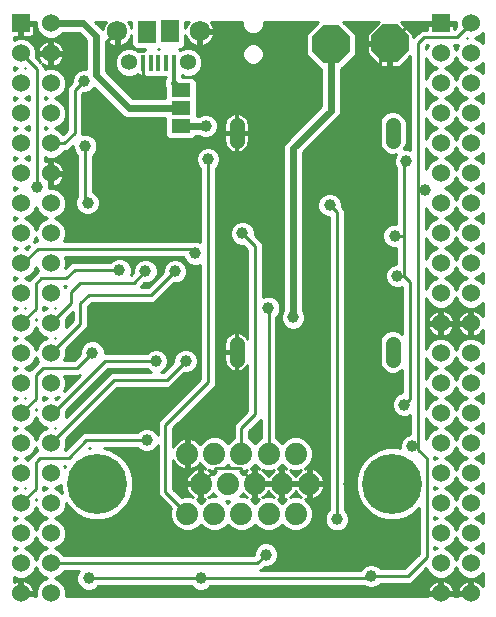
<source format=gtl>
G75*
%MOIN*%
%OFA0B0*%
%FSLAX25Y25*%
%IPPOS*%
%LPD*%
%AMOC8*
5,1,8,0,0,1.08239X$1,22.5*
%
%ADD10C,0.06000*%
%ADD11R,0.06000X0.06000*%
%ADD12C,0.07400*%
%ADD13C,0.20000*%
%ADD14R,0.01575X0.05315*%
%ADD15R,0.05906X0.07480*%
%ADD16C,0.06791*%
%ADD17C,0.05346*%
%ADD18C,0.05150*%
%ADD19R,0.06300X0.04600*%
%ADD20OC8,0.12500*%
%ADD21C,0.01000*%
%ADD22C,0.03962*%
%ADD23C,0.02400*%
%ADD24C,0.01200*%
D10*
X0049952Y0034416D03*
X0049952Y0044416D03*
X0059952Y0044416D03*
X0059952Y0034416D03*
X0059952Y0054416D03*
X0049952Y0054416D03*
X0049952Y0064416D03*
X0049952Y0074416D03*
X0049952Y0084416D03*
X0059952Y0084416D03*
X0059952Y0074416D03*
X0059952Y0064416D03*
X0059952Y0094416D03*
X0049952Y0094416D03*
X0049952Y0104416D03*
X0049952Y0114416D03*
X0059952Y0114416D03*
X0059952Y0104416D03*
X0059952Y0124416D03*
X0049952Y0124416D03*
X0049952Y0134416D03*
X0049952Y0144416D03*
X0049952Y0154416D03*
X0059952Y0154416D03*
X0059952Y0144416D03*
X0059952Y0134416D03*
X0059952Y0164416D03*
X0049952Y0164416D03*
X0049952Y0174416D03*
X0049952Y0184416D03*
X0049952Y0194416D03*
X0059952Y0194416D03*
X0059952Y0184416D03*
X0059952Y0174416D03*
X0059952Y0204416D03*
X0049952Y0204416D03*
X0049952Y0214416D03*
X0059952Y0214416D03*
X0059952Y0224416D03*
X0189952Y0214416D03*
X0189952Y0204416D03*
X0199952Y0204416D03*
X0199952Y0214416D03*
X0199952Y0224416D03*
X0199952Y0194416D03*
X0189952Y0194416D03*
X0189952Y0184416D03*
X0189952Y0174416D03*
X0189952Y0164416D03*
X0199952Y0164416D03*
X0199952Y0174416D03*
X0199952Y0184416D03*
X0199952Y0154416D03*
X0189952Y0154416D03*
X0189952Y0144416D03*
X0189952Y0134416D03*
X0189952Y0124416D03*
X0199952Y0124416D03*
X0199952Y0134416D03*
X0199952Y0144416D03*
X0199952Y0114416D03*
X0189952Y0114416D03*
X0189952Y0104416D03*
X0189952Y0094416D03*
X0199952Y0094416D03*
X0199952Y0104416D03*
X0199952Y0084416D03*
X0189952Y0084416D03*
X0189952Y0074416D03*
X0189952Y0064416D03*
X0189952Y0054416D03*
X0199952Y0054416D03*
X0199952Y0064416D03*
X0199952Y0074416D03*
X0199952Y0044416D03*
X0189952Y0044416D03*
X0189952Y0034416D03*
X0199952Y0034416D03*
D11*
X0189952Y0224416D03*
X0049952Y0224416D03*
D12*
X0105476Y0080955D03*
X0114492Y0080955D03*
X0123508Y0080955D03*
X0132523Y0080955D03*
X0141539Y0080955D03*
X0146027Y0070955D03*
X0137012Y0070955D03*
X0127996Y0070955D03*
X0118980Y0070955D03*
X0109964Y0070955D03*
X0105476Y0060955D03*
X0114492Y0060955D03*
X0123508Y0060955D03*
X0132523Y0060955D03*
X0141539Y0060955D03*
D13*
X0173744Y0070955D03*
X0075319Y0070955D03*
D14*
X0090700Y0211168D03*
X0093260Y0211168D03*
X0095819Y0211168D03*
X0098378Y0211168D03*
X0100937Y0211168D03*
D15*
X0099756Y0221699D03*
X0091882Y0221660D03*
D16*
X0082039Y0221699D03*
X0109598Y0221699D03*
D17*
X0105661Y0211365D03*
X0085976Y0211365D03*
D18*
X0121858Y0190494D02*
X0121858Y0185345D01*
X0173858Y0185345D02*
X0173858Y0190494D01*
X0173858Y0117494D02*
X0173858Y0112345D01*
X0121858Y0112345D02*
X0121858Y0117494D01*
D19*
X0103299Y0190109D03*
X0103299Y0196109D03*
X0103299Y0202109D03*
D20*
X0153299Y0217369D03*
X0172984Y0217762D03*
D21*
X0047631Y0039857D02*
X0047631Y0038283D01*
X0048225Y0038586D01*
X0048899Y0038805D01*
X0049452Y0038893D01*
X0049452Y0034916D01*
X0050452Y0034916D01*
X0050452Y0038893D01*
X0051006Y0038805D01*
X0051680Y0038586D01*
X0052311Y0038264D01*
X0052884Y0037848D01*
X0053385Y0037347D01*
X0053801Y0036774D01*
X0054123Y0036143D01*
X0054342Y0035470D01*
X0054429Y0034916D01*
X0050453Y0034916D01*
X0050453Y0033916D01*
X0054429Y0033916D01*
X0054342Y0033362D01*
X0054339Y0033354D01*
X0054872Y0033354D01*
X0054852Y0033401D01*
X0054852Y0035430D01*
X0055629Y0037305D01*
X0057064Y0038739D01*
X0058697Y0039416D01*
X0057064Y0040092D01*
X0055629Y0041527D01*
X0054952Y0043160D01*
X0054276Y0041527D01*
X0052841Y0040092D01*
X0050967Y0039316D01*
X0048938Y0039316D01*
X0047631Y0039857D01*
X0047631Y0039165D02*
X0058090Y0039165D01*
X0056993Y0040163D02*
X0052912Y0040163D01*
X0053911Y0041162D02*
X0055994Y0041162D01*
X0055367Y0042160D02*
X0054538Y0042160D01*
X0054952Y0043159D02*
X0054953Y0043159D01*
X0054952Y0045672D02*
X0054276Y0047305D01*
X0052841Y0048739D01*
X0051208Y0049416D01*
X0052841Y0050092D01*
X0054276Y0051527D01*
X0054952Y0053160D01*
X0055629Y0051527D01*
X0057064Y0050092D01*
X0058697Y0049416D01*
X0057064Y0048739D01*
X0055629Y0047305D01*
X0054952Y0045672D01*
X0054753Y0046154D02*
X0055152Y0046154D01*
X0055566Y0047153D02*
X0054339Y0047153D01*
X0053429Y0048151D02*
X0056475Y0048151D01*
X0058054Y0049150D02*
X0051850Y0049150D01*
X0052897Y0050148D02*
X0057007Y0050148D01*
X0056009Y0051147D02*
X0053896Y0051147D01*
X0054532Y0052145D02*
X0055373Y0052145D01*
X0054959Y0053144D02*
X0054946Y0053144D01*
X0054952Y0055672D02*
X0054276Y0057305D01*
X0052841Y0058739D01*
X0051208Y0059416D01*
X0052841Y0060092D01*
X0054276Y0061527D01*
X0054952Y0063160D01*
X0055629Y0061527D01*
X0057064Y0060092D01*
X0058697Y0059416D01*
X0057064Y0058739D01*
X0055629Y0057305D01*
X0054952Y0055672D01*
X0054759Y0056139D02*
X0055146Y0056139D01*
X0055560Y0057138D02*
X0054345Y0057138D01*
X0053444Y0058136D02*
X0056461Y0058136D01*
X0058019Y0059135D02*
X0051886Y0059135D01*
X0052883Y0060133D02*
X0057022Y0060133D01*
X0056024Y0061132D02*
X0053881Y0061132D01*
X0054526Y0062130D02*
X0055379Y0062130D01*
X0054965Y0063129D02*
X0054940Y0063129D01*
X0054952Y0065672D02*
X0055000Y0065786D01*
X0054933Y0065719D01*
X0054952Y0065672D01*
X0054874Y0069337D02*
X0054874Y0077998D01*
X0055267Y0078392D01*
X0055464Y0078589D01*
X0056449Y0079573D01*
X0065897Y0079573D01*
X0071803Y0085479D01*
X0091882Y0085479D01*
X0088723Y0088092D02*
X0067305Y0088092D01*
X0066307Y0087093D02*
X0069740Y0087093D01*
X0070330Y0087683D02*
X0064820Y0082173D01*
X0064544Y0082173D01*
X0065052Y0083401D01*
X0065052Y0085430D01*
X0064933Y0085719D01*
X0082171Y0102957D01*
X0099092Y0102957D01*
X0100047Y0103353D01*
X0104470Y0107776D01*
X0105685Y0107776D01*
X0107185Y0108397D01*
X0108334Y0109545D01*
X0108955Y0111045D01*
X0108955Y0112668D01*
X0108334Y0114168D01*
X0107185Y0115316D01*
X0105685Y0115938D01*
X0104062Y0115938D01*
X0102562Y0115316D01*
X0101414Y0114168D01*
X0100793Y0112668D01*
X0100793Y0111453D01*
X0097498Y0108157D01*
X0096765Y0108157D01*
X0097343Y0108397D01*
X0098491Y0109545D01*
X0099112Y0111045D01*
X0099112Y0112668D01*
X0098491Y0114168D01*
X0097343Y0115316D01*
X0095843Y0115938D01*
X0094219Y0115938D01*
X0092719Y0115316D01*
X0091860Y0114457D01*
X0077852Y0114457D01*
X0077852Y0115424D01*
X0077231Y0116924D01*
X0076083Y0118072D01*
X0074583Y0118694D01*
X0072960Y0118694D01*
X0071460Y0118072D01*
X0070312Y0116924D01*
X0069690Y0115424D01*
X0069690Y0114208D01*
X0067576Y0112094D01*
X0064511Y0112094D01*
X0065052Y0113401D01*
X0065052Y0115430D01*
X0064933Y0115719D01*
X0072039Y0122825D01*
X0072434Y0123780D01*
X0072434Y0130071D01*
X0073667Y0131304D01*
X0093974Y0131304D01*
X0094929Y0131700D01*
X0095661Y0132431D01*
X0100926Y0137697D01*
X0102142Y0137697D01*
X0103642Y0138318D01*
X0104790Y0139466D01*
X0105412Y0140966D01*
X0105412Y0142590D01*
X0104790Y0144090D01*
X0103642Y0145238D01*
X0102142Y0145859D01*
X0100519Y0145859D01*
X0099019Y0145238D01*
X0097871Y0144090D01*
X0097249Y0142590D01*
X0097249Y0141374D01*
X0092379Y0136504D01*
X0089891Y0136504D01*
X0091084Y0137697D01*
X0092300Y0137697D01*
X0093800Y0138318D01*
X0094948Y0139466D01*
X0095569Y0140966D01*
X0095569Y0142590D01*
X0094948Y0144090D01*
X0093800Y0145238D01*
X0092300Y0145859D01*
X0090676Y0145859D01*
X0089176Y0145238D01*
X0088028Y0144090D01*
X0087407Y0142590D01*
X0087407Y0141374D01*
X0086564Y0140531D01*
X0086908Y0141360D01*
X0086908Y0142983D01*
X0086286Y0144483D01*
X0085138Y0145631D01*
X0083638Y0146253D01*
X0082015Y0146253D01*
X0080515Y0145631D01*
X0079655Y0144772D01*
X0067349Y0144772D01*
X0066393Y0144376D01*
X0064794Y0142776D01*
X0065052Y0143401D01*
X0065052Y0145430D01*
X0064544Y0146658D01*
X0104031Y0146658D01*
X0104564Y0145372D01*
X0105712Y0144224D01*
X0107212Y0143602D01*
X0108835Y0143602D01*
X0109754Y0143983D01*
X0109754Y0105847D01*
X0096708Y0092801D01*
X0095977Y0092070D01*
X0095581Y0091114D01*
X0095581Y0087212D01*
X0095341Y0087790D01*
X0094193Y0088939D01*
X0092693Y0089560D01*
X0091070Y0089560D01*
X0089570Y0088939D01*
X0088710Y0088079D01*
X0071286Y0088079D01*
X0070330Y0087683D01*
X0068742Y0086095D02*
X0065308Y0086095D01*
X0065052Y0085096D02*
X0067743Y0085096D01*
X0066745Y0084098D02*
X0065052Y0084098D01*
X0064927Y0083099D02*
X0065746Y0083099D01*
X0068304Y0089090D02*
X0089936Y0089090D01*
X0093827Y0089090D02*
X0095581Y0089090D01*
X0095581Y0088092D02*
X0095040Y0088092D01*
X0095581Y0090089D02*
X0069302Y0090089D01*
X0070301Y0091087D02*
X0095581Y0091087D01*
X0095993Y0092086D02*
X0071299Y0092086D01*
X0072298Y0093084D02*
X0096991Y0093084D01*
X0097990Y0094083D02*
X0073296Y0094083D01*
X0074295Y0095081D02*
X0098988Y0095081D01*
X0099987Y0096080D02*
X0075293Y0096080D01*
X0076292Y0097078D02*
X0100985Y0097078D01*
X0101984Y0098077D02*
X0077290Y0098077D01*
X0078289Y0099075D02*
X0102982Y0099075D01*
X0103981Y0100074D02*
X0079287Y0100074D01*
X0080286Y0101072D02*
X0104979Y0101072D01*
X0105978Y0102071D02*
X0081284Y0102071D01*
X0081094Y0105557D02*
X0098575Y0105557D01*
X0104874Y0111857D01*
X0106377Y0108062D02*
X0109754Y0108062D01*
X0109754Y0109060D02*
X0107849Y0109060D01*
X0108546Y0110059D02*
X0109754Y0110059D01*
X0109754Y0111057D02*
X0108955Y0111057D01*
X0108955Y0112056D02*
X0109754Y0112056D01*
X0109754Y0113054D02*
X0108795Y0113054D01*
X0108381Y0114053D02*
X0109754Y0114053D01*
X0109754Y0115052D02*
X0107450Y0115052D01*
X0109754Y0116050D02*
X0077593Y0116050D01*
X0077852Y0115052D02*
X0092454Y0115052D01*
X0095031Y0111857D02*
X0078102Y0111857D01*
X0060661Y0094416D01*
X0059952Y0094416D01*
X0057875Y0099075D02*
X0057474Y0099075D01*
X0057474Y0098909D02*
X0057474Y0099922D01*
X0058697Y0099416D01*
X0057474Y0098909D01*
X0054874Y0099337D02*
X0049952Y0094416D01*
X0047875Y0099075D02*
X0047631Y0099075D01*
X0047631Y0098974D02*
X0047631Y0099857D01*
X0048697Y0099416D01*
X0047631Y0098974D01*
X0051208Y0099416D02*
X0051256Y0099396D01*
X0051323Y0099463D01*
X0051208Y0099416D01*
X0054874Y0099337D02*
X0054874Y0107132D01*
X0057236Y0109494D01*
X0068653Y0109494D01*
X0073771Y0114613D01*
X0077107Y0117049D02*
X0109754Y0117049D01*
X0109754Y0118047D02*
X0076108Y0118047D01*
X0071434Y0118047D02*
X0067261Y0118047D01*
X0068259Y0119046D02*
X0109754Y0119046D01*
X0109754Y0120044D02*
X0069258Y0120044D01*
X0070256Y0121043D02*
X0109754Y0121043D01*
X0109754Y0122041D02*
X0071255Y0122041D01*
X0072127Y0123040D02*
X0109754Y0123040D01*
X0109754Y0124038D02*
X0072434Y0124038D01*
X0072434Y0125037D02*
X0109754Y0125037D01*
X0109754Y0126035D02*
X0072434Y0126035D01*
X0072434Y0127034D02*
X0109754Y0127034D01*
X0109754Y0128032D02*
X0072434Y0128032D01*
X0072434Y0129031D02*
X0109754Y0129031D01*
X0109754Y0130029D02*
X0072434Y0130029D01*
X0073391Y0131028D02*
X0109754Y0131028D01*
X0109754Y0132026D02*
X0095256Y0132026D01*
X0096254Y0133025D02*
X0109754Y0133025D01*
X0109754Y0134023D02*
X0097253Y0134023D01*
X0098251Y0135022D02*
X0109754Y0135022D01*
X0109754Y0136020D02*
X0099250Y0136020D01*
X0100248Y0137019D02*
X0109754Y0137019D01*
X0109754Y0138017D02*
X0102916Y0138017D01*
X0104340Y0139016D02*
X0109754Y0139016D01*
X0109754Y0140014D02*
X0105017Y0140014D01*
X0105412Y0141013D02*
X0109754Y0141013D01*
X0109754Y0142011D02*
X0105412Y0142011D01*
X0105237Y0143010D02*
X0109754Y0143010D01*
X0106231Y0144008D02*
X0104824Y0144008D01*
X0104928Y0145007D02*
X0103873Y0145007D01*
X0104301Y0146005D02*
X0084236Y0146005D01*
X0085763Y0145007D02*
X0088945Y0145007D01*
X0087994Y0144008D02*
X0086483Y0144008D01*
X0086897Y0143010D02*
X0087581Y0143010D01*
X0087407Y0142011D02*
X0086908Y0142011D01*
X0087046Y0141013D02*
X0086764Y0141013D01*
X0082826Y0142172D02*
X0067866Y0142172D01*
X0065110Y0139416D01*
X0056842Y0139416D01*
X0054874Y0137447D01*
X0054874Y0129337D01*
X0049952Y0124416D01*
X0047767Y0129031D02*
X0047631Y0129031D01*
X0047631Y0128974D02*
X0047631Y0129857D01*
X0048697Y0129416D01*
X0047631Y0128974D01*
X0051208Y0129416D02*
X0051256Y0129396D01*
X0051323Y0129463D01*
X0051208Y0129416D01*
X0054933Y0125719D02*
X0055000Y0125786D01*
X0054952Y0125672D01*
X0054933Y0125719D01*
X0054952Y0123160D02*
X0055629Y0121527D01*
X0057064Y0120092D01*
X0058697Y0119416D01*
X0057064Y0118739D01*
X0055629Y0117305D01*
X0054952Y0115672D01*
X0054276Y0117305D01*
X0052841Y0118739D01*
X0051208Y0119416D01*
X0052841Y0120092D01*
X0054276Y0121527D01*
X0054952Y0123160D01*
X0054903Y0123040D02*
X0055002Y0123040D01*
X0055416Y0122041D02*
X0054489Y0122041D01*
X0053792Y0121043D02*
X0056113Y0121043D01*
X0057180Y0120044D02*
X0052725Y0120044D01*
X0052102Y0119046D02*
X0057803Y0119046D01*
X0056371Y0118047D02*
X0053534Y0118047D01*
X0054382Y0117049D02*
X0055523Y0117049D01*
X0055109Y0116050D02*
X0054796Y0116050D01*
X0054952Y0113160D02*
X0055618Y0111553D01*
X0053401Y0109336D01*
X0052815Y0108750D01*
X0051208Y0109416D01*
X0052841Y0110092D01*
X0054276Y0111527D01*
X0054952Y0113160D01*
X0054909Y0113054D02*
X0054996Y0113054D01*
X0055410Y0112056D02*
X0054495Y0112056D01*
X0055122Y0111057D02*
X0053807Y0111057D01*
X0054123Y0110059D02*
X0052761Y0110059D01*
X0053125Y0109060D02*
X0052066Y0109060D01*
X0048697Y0109416D02*
X0047631Y0108974D01*
X0047631Y0109857D01*
X0048697Y0109416D01*
X0047839Y0109060D02*
X0047631Y0109060D01*
X0047631Y0118974D02*
X0047631Y0119857D01*
X0048697Y0119416D01*
X0047631Y0118974D01*
X0047631Y0119046D02*
X0047803Y0119046D01*
X0057474Y0128909D02*
X0057474Y0129922D01*
X0058697Y0129416D01*
X0057474Y0128909D01*
X0057474Y0129031D02*
X0057767Y0129031D01*
X0059952Y0124416D02*
X0066685Y0131148D01*
X0066685Y0134691D01*
X0069834Y0137841D01*
X0087551Y0137841D01*
X0091488Y0141778D01*
X0094497Y0139016D02*
X0094891Y0139016D01*
X0095175Y0140014D02*
X0095890Y0140014D01*
X0095569Y0141013D02*
X0096888Y0141013D01*
X0097249Y0142011D02*
X0095569Y0142011D01*
X0095395Y0143010D02*
X0097423Y0143010D01*
X0097837Y0144008D02*
X0094981Y0144008D01*
X0094031Y0145007D02*
X0098788Y0145007D01*
X0101330Y0141778D02*
X0093456Y0133904D01*
X0072590Y0133904D01*
X0069834Y0131148D01*
X0069834Y0124298D01*
X0059952Y0114416D01*
X0065052Y0114053D02*
X0069535Y0114053D01*
X0069690Y0115052D02*
X0065052Y0115052D01*
X0065264Y0116050D02*
X0069949Y0116050D01*
X0070436Y0117049D02*
X0066262Y0117049D01*
X0064909Y0113054D02*
X0068536Y0113054D01*
X0069670Y0107101D02*
X0064404Y0101835D01*
X0065052Y0103401D01*
X0065052Y0105430D01*
X0064446Y0106894D01*
X0069170Y0106894D01*
X0069670Y0107101D01*
X0069632Y0107063D02*
X0069578Y0107063D01*
X0068633Y0106065D02*
X0064790Y0106065D01*
X0065052Y0105066D02*
X0067635Y0105066D01*
X0066636Y0104068D02*
X0065052Y0104068D01*
X0064915Y0103069D02*
X0065638Y0103069D01*
X0064639Y0102071D02*
X0064501Y0102071D01*
X0062533Y0099964D02*
X0061757Y0099188D01*
X0061208Y0099416D01*
X0062533Y0099964D01*
X0066002Y0096080D02*
X0067940Y0096080D01*
X0067001Y0097078D02*
X0068938Y0097078D01*
X0067999Y0098077D02*
X0069937Y0098077D01*
X0068998Y0099075D02*
X0070935Y0099075D01*
X0069996Y0100074D02*
X0071934Y0100074D01*
X0070995Y0101072D02*
X0072932Y0101072D01*
X0071993Y0102071D02*
X0073931Y0102071D01*
X0072992Y0103069D02*
X0074929Y0103069D01*
X0073990Y0104068D02*
X0075928Y0104068D01*
X0074989Y0105066D02*
X0076926Y0105066D01*
X0075987Y0106065D02*
X0077925Y0106065D01*
X0078890Y0107030D02*
X0064905Y0093045D01*
X0065052Y0093401D01*
X0065052Y0095130D01*
X0079179Y0109257D01*
X0091860Y0109257D01*
X0092719Y0108397D01*
X0093298Y0108157D01*
X0080577Y0108157D01*
X0079621Y0107762D01*
X0078890Y0107030D01*
X0078923Y0107063D02*
X0076986Y0107063D01*
X0077984Y0108062D02*
X0080346Y0108062D01*
X0078983Y0109060D02*
X0092056Y0109060D01*
X0098006Y0109060D02*
X0098401Y0109060D01*
X0098704Y0110059D02*
X0099399Y0110059D01*
X0099112Y0111057D02*
X0100398Y0111057D01*
X0100793Y0112056D02*
X0099112Y0112056D01*
X0098952Y0113054D02*
X0100953Y0113054D01*
X0101366Y0114053D02*
X0098539Y0114053D01*
X0097608Y0115052D02*
X0102297Y0115052D01*
X0103757Y0107063D02*
X0109754Y0107063D01*
X0109754Y0106065D02*
X0102759Y0106065D01*
X0101760Y0105066D02*
X0108973Y0105066D01*
X0107975Y0104068D02*
X0100762Y0104068D01*
X0099362Y0103069D02*
X0106976Y0103069D01*
X0110336Y0099075D02*
X0125502Y0099075D01*
X0125502Y0098077D02*
X0109338Y0098077D01*
X0108339Y0097078D02*
X0125502Y0097078D01*
X0125502Y0096080D02*
X0107341Y0096080D01*
X0106342Y0095081D02*
X0125366Y0095081D01*
X0125502Y0095217D02*
X0122035Y0091750D01*
X0121303Y0091018D01*
X0120908Y0090063D01*
X0120908Y0086156D01*
X0120222Y0085872D01*
X0119000Y0084650D01*
X0117777Y0085872D01*
X0115646Y0086755D01*
X0113338Y0086755D01*
X0111206Y0085872D01*
X0109575Y0084241D01*
X0109554Y0084190D01*
X0109442Y0084343D01*
X0108864Y0084921D01*
X0108201Y0085403D01*
X0107472Y0085774D01*
X0106694Y0086027D01*
X0105976Y0086141D01*
X0105976Y0081455D01*
X0104976Y0081455D01*
X0104976Y0086141D01*
X0104258Y0086027D01*
X0103480Y0085774D01*
X0102751Y0085403D01*
X0102089Y0084921D01*
X0101510Y0084343D01*
X0101029Y0083681D01*
X0100781Y0083194D01*
X0100781Y0089520D01*
X0114558Y0103297D01*
X0114954Y0104253D01*
X0114954Y0176008D01*
X0115814Y0176868D01*
X0116435Y0178368D01*
X0116435Y0179991D01*
X0115814Y0181491D01*
X0114666Y0182639D01*
X0113166Y0183261D01*
X0111542Y0183261D01*
X0110042Y0182639D01*
X0108894Y0181491D01*
X0108273Y0179991D01*
X0108273Y0178368D01*
X0108894Y0176868D01*
X0109754Y0176008D01*
X0109754Y0151384D01*
X0108835Y0151765D01*
X0107212Y0151765D01*
X0107202Y0151760D01*
X0106966Y0151858D01*
X0064413Y0151858D01*
X0065052Y0153401D01*
X0065052Y0155430D01*
X0064276Y0157305D01*
X0062841Y0158739D01*
X0061208Y0159416D01*
X0062841Y0160092D01*
X0064276Y0161527D01*
X0065052Y0163401D01*
X0065052Y0165430D01*
X0064276Y0167305D01*
X0062841Y0168739D01*
X0060967Y0169516D01*
X0059349Y0169516D01*
X0059349Y0169955D01*
X0059452Y0169939D01*
X0059452Y0173916D01*
X0060452Y0173916D01*
X0060452Y0169939D01*
X0061006Y0170027D01*
X0061680Y0170245D01*
X0062311Y0170567D01*
X0062884Y0170983D01*
X0063385Y0171484D01*
X0063801Y0172057D01*
X0064123Y0172688D01*
X0064342Y0173362D01*
X0064429Y0173916D01*
X0060453Y0173916D01*
X0060453Y0174916D01*
X0064429Y0174916D01*
X0064342Y0175470D01*
X0064123Y0176143D01*
X0063801Y0176774D01*
X0063385Y0177347D01*
X0062884Y0177848D01*
X0062311Y0178264D01*
X0061680Y0178586D01*
X0061006Y0178805D01*
X0060452Y0178893D01*
X0060452Y0174916D01*
X0059452Y0174916D01*
X0059452Y0178893D01*
X0058899Y0178805D01*
X0058225Y0178586D01*
X0057867Y0178404D01*
X0057867Y0179759D01*
X0058938Y0179316D01*
X0060967Y0179316D01*
X0062841Y0180092D01*
X0064276Y0181527D01*
X0064396Y0181816D01*
X0064958Y0181816D01*
X0065913Y0182212D01*
X0066645Y0182943D01*
X0067328Y0183626D01*
X0067328Y0182698D01*
X0067949Y0181198D01*
X0068809Y0180339D01*
X0068809Y0166997D01*
X0068737Y0166924D01*
X0068115Y0165424D01*
X0068115Y0163801D01*
X0068737Y0162301D01*
X0069885Y0161153D01*
X0071385Y0160531D01*
X0073008Y0160531D01*
X0074508Y0161153D01*
X0075656Y0162301D01*
X0076278Y0163801D01*
X0076278Y0165424D01*
X0075656Y0166924D01*
X0074508Y0168072D01*
X0074009Y0168279D01*
X0074009Y0180339D01*
X0074869Y0181198D01*
X0075490Y0182698D01*
X0075490Y0184322D01*
X0074869Y0185822D01*
X0073721Y0186970D01*
X0072221Y0187591D01*
X0070597Y0187591D01*
X0070466Y0187537D01*
X0070466Y0200937D01*
X0070611Y0201083D01*
X0071827Y0201083D01*
X0073327Y0201704D01*
X0074475Y0202852D01*
X0074502Y0202916D01*
X0083178Y0194239D01*
X0084107Y0193311D01*
X0085320Y0192809D01*
X0098049Y0192809D01*
X0098049Y0186939D01*
X0099279Y0185709D01*
X0107319Y0185709D01*
X0108513Y0186903D01*
X0109095Y0186903D01*
X0109255Y0186743D01*
X0110755Y0186122D01*
X0112378Y0186122D01*
X0113878Y0186743D01*
X0115026Y0187891D01*
X0115648Y0189391D01*
X0115648Y0191015D01*
X0115026Y0192515D01*
X0113878Y0193663D01*
X0112378Y0194284D01*
X0110755Y0194284D01*
X0109255Y0193663D01*
X0109095Y0193503D01*
X0108549Y0193503D01*
X0108549Y0205279D01*
X0107319Y0206509D01*
X0103637Y0206509D01*
X0103637Y0207037D01*
X0104712Y0206591D01*
X0106611Y0206591D01*
X0108365Y0207318D01*
X0109708Y0208661D01*
X0110434Y0210415D01*
X0110434Y0212314D01*
X0109708Y0214068D01*
X0108365Y0215411D01*
X0106611Y0216138D01*
X0104712Y0216138D01*
X0103064Y0215455D01*
X0102660Y0215859D01*
X0103578Y0215859D01*
X0104808Y0217089D01*
X0104808Y0220645D01*
X0104823Y0220553D01*
X0105061Y0219820D01*
X0105411Y0219133D01*
X0105864Y0218510D01*
X0106409Y0217965D01*
X0107032Y0217512D01*
X0107719Y0217162D01*
X0108452Y0216924D01*
X0109098Y0216822D01*
X0109098Y0221199D01*
X0110098Y0221199D01*
X0110098Y0216822D01*
X0110745Y0216924D01*
X0111477Y0217162D01*
X0112164Y0217512D01*
X0112787Y0217965D01*
X0113332Y0218510D01*
X0113785Y0219133D01*
X0114135Y0219820D01*
X0114373Y0220553D01*
X0114476Y0221199D01*
X0110098Y0221199D01*
X0110098Y0222199D01*
X0114476Y0222199D01*
X0114373Y0222846D01*
X0114135Y0223578D01*
X0113785Y0224265D01*
X0113332Y0224889D01*
X0113216Y0225005D01*
X0123719Y0225005D01*
X0123719Y0223673D01*
X0124278Y0222322D01*
X0125312Y0221289D01*
X0126662Y0220729D01*
X0128124Y0220729D01*
X0129475Y0221289D01*
X0130509Y0222322D01*
X0131068Y0223673D01*
X0131068Y0225005D01*
X0149126Y0225005D01*
X0144949Y0220827D01*
X0144949Y0213910D01*
X0149840Y0209019D01*
X0149999Y0209019D01*
X0149999Y0196688D01*
X0137903Y0184592D01*
X0137400Y0183379D01*
X0137400Y0128895D01*
X0137241Y0128735D01*
X0136619Y0127235D01*
X0136619Y0125612D01*
X0137241Y0124112D01*
X0138389Y0122964D01*
X0139889Y0122343D01*
X0141512Y0122343D01*
X0143012Y0122964D01*
X0144160Y0124112D01*
X0144782Y0125612D01*
X0144782Y0127235D01*
X0144160Y0128735D01*
X0144000Y0128895D01*
X0144000Y0181356D01*
X0155168Y0192524D01*
X0156097Y0193452D01*
X0156599Y0194665D01*
X0156599Y0209019D01*
X0156758Y0209019D01*
X0161649Y0213910D01*
X0161649Y0220827D01*
X0157471Y0225005D01*
X0169266Y0225005D01*
X0165234Y0220972D01*
X0165234Y0218262D01*
X0172484Y0218262D01*
X0172484Y0217262D01*
X0173484Y0217262D01*
X0173484Y0210012D01*
X0176194Y0210012D01*
X0179833Y0213651D01*
X0179833Y0182256D01*
X0179308Y0182473D01*
X0177684Y0182473D01*
X0177536Y0182412D01*
X0177821Y0182697D01*
X0178533Y0184415D01*
X0178533Y0191424D01*
X0177821Y0193143D01*
X0176506Y0194458D01*
X0174788Y0195169D01*
X0172928Y0195169D01*
X0171210Y0194458D01*
X0169895Y0193143D01*
X0169183Y0191424D01*
X0169183Y0184415D01*
X0169895Y0182697D01*
X0171210Y0181382D01*
X0172928Y0180670D01*
X0174788Y0180670D01*
X0175154Y0180822D01*
X0175036Y0180704D01*
X0174415Y0179204D01*
X0174415Y0177580D01*
X0175036Y0176080D01*
X0175108Y0176008D01*
X0175108Y0157670D01*
X0173747Y0157670D01*
X0172247Y0157049D01*
X0171099Y0155901D01*
X0170478Y0154401D01*
X0170478Y0152777D01*
X0171099Y0151277D01*
X0172247Y0150129D01*
X0173747Y0149508D01*
X0175108Y0149508D01*
X0175108Y0144284D01*
X0174534Y0144284D01*
X0173034Y0143663D01*
X0171886Y0142515D01*
X0171265Y0141015D01*
X0171265Y0139391D01*
X0171886Y0137891D01*
X0173034Y0136743D01*
X0174534Y0136122D01*
X0176158Y0136122D01*
X0177077Y0136503D01*
X0177077Y0120887D01*
X0176506Y0121458D01*
X0174788Y0122169D01*
X0172928Y0122169D01*
X0171210Y0121458D01*
X0169895Y0120143D01*
X0169183Y0118424D01*
X0169183Y0111415D01*
X0169895Y0109697D01*
X0171210Y0108382D01*
X0172928Y0107670D01*
X0174788Y0107670D01*
X0176506Y0108382D01*
X0177077Y0108953D01*
X0177077Y0101371D01*
X0176897Y0101371D01*
X0175397Y0100750D01*
X0174249Y0099602D01*
X0173627Y0098102D01*
X0173627Y0096478D01*
X0174249Y0094978D01*
X0175397Y0093830D01*
X0176897Y0093209D01*
X0178520Y0093209D01*
X0179833Y0093752D01*
X0179833Y0087591D01*
X0179652Y0087591D01*
X0178153Y0086970D01*
X0177004Y0085822D01*
X0176383Y0084322D01*
X0176383Y0082775D01*
X0175337Y0083055D01*
X0172151Y0083055D01*
X0169073Y0082231D01*
X0166314Y0080638D01*
X0164061Y0078385D01*
X0162468Y0075626D01*
X0161644Y0072548D01*
X0161644Y0069362D01*
X0162468Y0066285D01*
X0164061Y0063526D01*
X0166314Y0061273D01*
X0169073Y0059680D01*
X0172151Y0058855D01*
X0175337Y0058855D01*
X0178414Y0059680D01*
X0181173Y0061273D01*
X0182589Y0062688D01*
X0182589Y0047579D01*
X0177813Y0042803D01*
X0169856Y0042803D01*
X0168996Y0043663D01*
X0167497Y0044284D01*
X0165873Y0044284D01*
X0164373Y0043663D01*
X0163225Y0042515D01*
X0163018Y0042016D01*
X0129771Y0042016D01*
X0130244Y0042212D01*
X0131241Y0043209D01*
X0132457Y0043209D01*
X0133957Y0043830D01*
X0135105Y0044978D01*
X0135726Y0046478D01*
X0135726Y0048102D01*
X0135105Y0049602D01*
X0133957Y0050750D01*
X0132457Y0051371D01*
X0130834Y0051371D01*
X0129334Y0050750D01*
X0128186Y0049602D01*
X0127564Y0048102D01*
X0127564Y0047016D01*
X0064396Y0047016D01*
X0064276Y0047305D01*
X0062841Y0048739D01*
X0061208Y0049416D01*
X0062841Y0050092D01*
X0064276Y0051527D01*
X0065052Y0053401D01*
X0065052Y0055430D01*
X0064276Y0057305D01*
X0062841Y0058739D01*
X0061208Y0059416D01*
X0062841Y0060092D01*
X0064276Y0061527D01*
X0065052Y0063401D01*
X0065052Y0064537D01*
X0065636Y0063526D01*
X0067889Y0061273D01*
X0070648Y0059680D01*
X0073726Y0058855D01*
X0076912Y0058855D01*
X0079989Y0059680D01*
X0082748Y0061273D01*
X0085001Y0063526D01*
X0086594Y0066285D01*
X0087419Y0069362D01*
X0087419Y0072548D01*
X0086594Y0075626D01*
X0085001Y0078385D01*
X0082748Y0080638D01*
X0079989Y0082231D01*
X0077570Y0082879D01*
X0088710Y0082879D01*
X0089570Y0082019D01*
X0091070Y0081398D01*
X0092693Y0081398D01*
X0094193Y0082019D01*
X0095341Y0083167D01*
X0095581Y0083745D01*
X0095581Y0067733D01*
X0095977Y0066778D01*
X0099960Y0062794D01*
X0099676Y0062109D01*
X0099676Y0059801D01*
X0100559Y0057670D01*
X0102191Y0056038D01*
X0104322Y0055155D01*
X0106630Y0055155D01*
X0108762Y0056038D01*
X0109984Y0057261D01*
X0111206Y0056038D01*
X0113338Y0055155D01*
X0115646Y0055155D01*
X0117777Y0056038D01*
X0119000Y0057261D01*
X0120222Y0056038D01*
X0122354Y0055155D01*
X0124661Y0055155D01*
X0126793Y0056038D01*
X0128015Y0057261D01*
X0129238Y0056038D01*
X0131370Y0055155D01*
X0133677Y0055155D01*
X0135809Y0056038D01*
X0137031Y0057261D01*
X0138254Y0056038D01*
X0140385Y0055155D01*
X0142693Y0055155D01*
X0144825Y0056038D01*
X0146456Y0057670D01*
X0147339Y0059801D01*
X0147339Y0062109D01*
X0146456Y0064241D01*
X0144825Y0065872D01*
X0144755Y0065901D01*
X0144810Y0065883D01*
X0145527Y0065769D01*
X0145527Y0070455D01*
X0140842Y0070455D01*
X0137512Y0070455D01*
X0137512Y0071455D01*
X0145527Y0071455D01*
X0145527Y0070455D01*
X0146527Y0070455D01*
X0146527Y0065769D01*
X0147245Y0065883D01*
X0148023Y0066136D01*
X0148753Y0066508D01*
X0149415Y0066989D01*
X0149994Y0067568D01*
X0150475Y0068230D01*
X0150846Y0068959D01*
X0151099Y0069737D01*
X0151213Y0070455D01*
X0146527Y0070455D01*
X0146527Y0071455D01*
X0145527Y0071455D01*
X0145527Y0076141D01*
X0144810Y0076027D01*
X0144755Y0076009D01*
X0144825Y0076038D01*
X0146456Y0077670D01*
X0147339Y0079801D01*
X0147339Y0082109D01*
X0146456Y0084241D01*
X0144825Y0085872D01*
X0142693Y0086755D01*
X0140385Y0086755D01*
X0138254Y0085872D01*
X0137031Y0084650D01*
X0135809Y0085872D01*
X0135123Y0086156D01*
X0135123Y0126492D01*
X0135893Y0127261D01*
X0136514Y0128761D01*
X0136514Y0130385D01*
X0135893Y0131885D01*
X0134745Y0133033D01*
X0133245Y0133654D01*
X0131621Y0133654D01*
X0130702Y0133274D01*
X0130702Y0150563D01*
X0130306Y0151518D01*
X0127852Y0153972D01*
X0127852Y0155188D01*
X0127231Y0156688D01*
X0126083Y0157836D01*
X0124583Y0158457D01*
X0122960Y0158457D01*
X0121460Y0157836D01*
X0120312Y0156688D01*
X0119690Y0155188D01*
X0119690Y0153565D01*
X0120312Y0152065D01*
X0121460Y0150917D01*
X0122960Y0150295D01*
X0124176Y0150295D01*
X0125502Y0148969D01*
X0125502Y0119318D01*
X0125343Y0119630D01*
X0124966Y0120149D01*
X0124513Y0120603D01*
X0123994Y0120980D01*
X0123422Y0121271D01*
X0122812Y0121469D01*
X0122179Y0121569D01*
X0122145Y0121569D01*
X0122145Y0115207D01*
X0121571Y0115207D01*
X0121571Y0121569D01*
X0121537Y0121569D01*
X0120904Y0121469D01*
X0120294Y0121271D01*
X0119722Y0120980D01*
X0119203Y0120603D01*
X0118750Y0120149D01*
X0118373Y0119630D01*
X0118082Y0119059D01*
X0117884Y0118449D01*
X0117783Y0117815D01*
X0117783Y0115207D01*
X0121570Y0115207D01*
X0121570Y0114632D01*
X0117783Y0114632D01*
X0117783Y0112024D01*
X0117884Y0111391D01*
X0118082Y0110781D01*
X0118373Y0110209D01*
X0118750Y0109690D01*
X0119203Y0109237D01*
X0119722Y0108860D01*
X0120294Y0108569D01*
X0120904Y0108370D01*
X0121537Y0108270D01*
X0121571Y0108270D01*
X0121571Y0114632D01*
X0122145Y0114632D01*
X0122145Y0108270D01*
X0122179Y0108270D01*
X0122812Y0108370D01*
X0123422Y0108569D01*
X0123994Y0108860D01*
X0124513Y0109237D01*
X0124966Y0109690D01*
X0125343Y0110209D01*
X0125502Y0110521D01*
X0125502Y0095217D01*
X0124368Y0094083D02*
X0105344Y0094083D01*
X0104345Y0093084D02*
X0123369Y0093084D01*
X0122371Y0092086D02*
X0103347Y0092086D01*
X0102348Y0091087D02*
X0121372Y0091087D01*
X0120918Y0090089D02*
X0101350Y0090089D01*
X0100781Y0089090D02*
X0120908Y0089090D01*
X0120908Y0088092D02*
X0100781Y0088092D01*
X0100781Y0087093D02*
X0120908Y0087093D01*
X0120759Y0086095D02*
X0117240Y0086095D01*
X0118553Y0085096D02*
X0119446Y0085096D01*
X0123508Y0080955D02*
X0123508Y0089546D01*
X0128102Y0094140D01*
X0128102Y0150046D01*
X0123771Y0154376D01*
X0123508Y0154113D01*
X0119926Y0152995D02*
X0114954Y0152995D01*
X0114954Y0153993D02*
X0119690Y0153993D01*
X0119690Y0154992D02*
X0114954Y0154992D01*
X0114954Y0155990D02*
X0120023Y0155990D01*
X0120612Y0156989D02*
X0114954Y0156989D01*
X0114954Y0157987D02*
X0121825Y0157987D01*
X0125718Y0157987D02*
X0137400Y0157987D01*
X0137400Y0156989D02*
X0126930Y0156989D01*
X0127520Y0155990D02*
X0137400Y0155990D01*
X0137400Y0154992D02*
X0127852Y0154992D01*
X0127852Y0153993D02*
X0137400Y0153993D01*
X0137400Y0152995D02*
X0128830Y0152995D01*
X0129828Y0151996D02*
X0137400Y0151996D01*
X0137400Y0150998D02*
X0130522Y0150998D01*
X0130702Y0149999D02*
X0137400Y0149999D01*
X0137400Y0149001D02*
X0130702Y0149001D01*
X0130702Y0148002D02*
X0137400Y0148002D01*
X0137400Y0147004D02*
X0130702Y0147004D01*
X0130702Y0146005D02*
X0137400Y0146005D01*
X0137400Y0145007D02*
X0130702Y0145007D01*
X0130702Y0144008D02*
X0137400Y0144008D01*
X0137400Y0143010D02*
X0130702Y0143010D01*
X0130702Y0142011D02*
X0137400Y0142011D01*
X0137400Y0141013D02*
X0130702Y0141013D01*
X0130702Y0140014D02*
X0137400Y0140014D01*
X0137400Y0139016D02*
X0130702Y0139016D01*
X0130702Y0138017D02*
X0137400Y0138017D01*
X0137400Y0137019D02*
X0130702Y0137019D01*
X0130702Y0136020D02*
X0137400Y0136020D01*
X0137400Y0135022D02*
X0130702Y0135022D01*
X0130702Y0134023D02*
X0137400Y0134023D01*
X0137400Y0133025D02*
X0134753Y0133025D01*
X0135751Y0132026D02*
X0137400Y0132026D01*
X0137400Y0131028D02*
X0136248Y0131028D01*
X0136514Y0130029D02*
X0137400Y0130029D01*
X0137400Y0129031D02*
X0136514Y0129031D01*
X0136212Y0128032D02*
X0136949Y0128032D01*
X0136619Y0127034D02*
X0135665Y0127034D01*
X0135123Y0126035D02*
X0136619Y0126035D01*
X0136858Y0125037D02*
X0135123Y0125037D01*
X0135123Y0124038D02*
X0137314Y0124038D01*
X0138313Y0123040D02*
X0135123Y0123040D01*
X0135123Y0122041D02*
X0152667Y0122041D01*
X0152667Y0121043D02*
X0135123Y0121043D01*
X0135123Y0120044D02*
X0152667Y0120044D01*
X0152667Y0119046D02*
X0135123Y0119046D01*
X0135123Y0118047D02*
X0152667Y0118047D01*
X0152667Y0117049D02*
X0135123Y0117049D01*
X0135123Y0116050D02*
X0152667Y0116050D01*
X0152667Y0115052D02*
X0135123Y0115052D01*
X0135123Y0114053D02*
X0152667Y0114053D01*
X0152667Y0113054D02*
X0135123Y0113054D01*
X0135123Y0112056D02*
X0152667Y0112056D01*
X0152667Y0111057D02*
X0135123Y0111057D01*
X0135123Y0110059D02*
X0152667Y0110059D01*
X0152667Y0109060D02*
X0135123Y0109060D01*
X0135123Y0108062D02*
X0152667Y0108062D01*
X0152667Y0107063D02*
X0135123Y0107063D01*
X0135123Y0106065D02*
X0152667Y0106065D01*
X0152667Y0105066D02*
X0135123Y0105066D01*
X0135123Y0104068D02*
X0152667Y0104068D01*
X0152667Y0103069D02*
X0135123Y0103069D01*
X0135123Y0102071D02*
X0152667Y0102071D01*
X0152667Y0101072D02*
X0135123Y0101072D01*
X0135123Y0100074D02*
X0152667Y0100074D01*
X0152667Y0099075D02*
X0135123Y0099075D01*
X0135123Y0098077D02*
X0152667Y0098077D01*
X0152667Y0097078D02*
X0135123Y0097078D01*
X0135123Y0096080D02*
X0152667Y0096080D01*
X0152667Y0095081D02*
X0135123Y0095081D01*
X0135123Y0094083D02*
X0152667Y0094083D01*
X0152667Y0093084D02*
X0135123Y0093084D01*
X0135123Y0092086D02*
X0152667Y0092086D01*
X0152667Y0091087D02*
X0135123Y0091087D01*
X0135123Y0090089D02*
X0152667Y0090089D01*
X0152667Y0089090D02*
X0135123Y0089090D01*
X0135123Y0088092D02*
X0152667Y0088092D01*
X0152667Y0087093D02*
X0135123Y0087093D01*
X0135271Y0086095D02*
X0138791Y0086095D01*
X0137478Y0085096D02*
X0136585Y0085096D01*
X0132523Y0080955D02*
X0132523Y0129483D01*
X0132433Y0129573D01*
X0125502Y0130029D02*
X0114954Y0130029D01*
X0114954Y0129031D02*
X0125502Y0129031D01*
X0125502Y0128032D02*
X0114954Y0128032D01*
X0114954Y0127034D02*
X0125502Y0127034D01*
X0125502Y0126035D02*
X0114954Y0126035D01*
X0114954Y0125037D02*
X0125502Y0125037D01*
X0125502Y0124038D02*
X0114954Y0124038D01*
X0114954Y0123040D02*
X0125502Y0123040D01*
X0125502Y0122041D02*
X0114954Y0122041D01*
X0114954Y0121043D02*
X0119846Y0121043D01*
X0118674Y0120044D02*
X0114954Y0120044D01*
X0114954Y0119046D02*
X0118077Y0119046D01*
X0117820Y0118047D02*
X0114954Y0118047D01*
X0114954Y0117049D02*
X0117783Y0117049D01*
X0117783Y0116050D02*
X0114954Y0116050D01*
X0114954Y0115052D02*
X0121570Y0115052D01*
X0121858Y0114920D02*
X0121858Y0149991D01*
X0117472Y0154376D01*
X0117472Y0172880D01*
X0119834Y0175243D01*
X0121858Y0177266D01*
X0121858Y0187920D01*
X0122145Y0187943D02*
X0141254Y0187943D01*
X0142252Y0188941D02*
X0125933Y0188941D01*
X0125933Y0188207D02*
X0125933Y0190815D01*
X0125832Y0191449D01*
X0125634Y0192059D01*
X0125343Y0192630D01*
X0124966Y0193149D01*
X0124513Y0193603D01*
X0123994Y0193980D01*
X0123422Y0194271D01*
X0122812Y0194469D01*
X0122179Y0194569D01*
X0122145Y0194569D01*
X0122145Y0188207D01*
X0121571Y0188207D01*
X0121571Y0194569D01*
X0121537Y0194569D01*
X0120904Y0194469D01*
X0120294Y0194271D01*
X0119722Y0193980D01*
X0119203Y0193603D01*
X0118750Y0193149D01*
X0118373Y0192630D01*
X0118082Y0192059D01*
X0117884Y0191449D01*
X0117783Y0190815D01*
X0117783Y0188207D01*
X0121570Y0188207D01*
X0121570Y0187632D01*
X0117783Y0187632D01*
X0117783Y0185024D01*
X0117884Y0184391D01*
X0118082Y0183781D01*
X0118373Y0183209D01*
X0118750Y0182690D01*
X0119203Y0182237D01*
X0119722Y0181860D01*
X0120294Y0181569D01*
X0120904Y0181370D01*
X0121537Y0181270D01*
X0121571Y0181270D01*
X0121571Y0187632D01*
X0122145Y0187632D01*
X0122145Y0181270D01*
X0122179Y0181270D01*
X0122812Y0181370D01*
X0123422Y0181569D01*
X0123994Y0181860D01*
X0124513Y0182237D01*
X0124966Y0182690D01*
X0125343Y0183209D01*
X0125634Y0183781D01*
X0125832Y0184391D01*
X0125933Y0185024D01*
X0125933Y0187632D01*
X0122145Y0187632D01*
X0122145Y0188207D01*
X0125933Y0188207D01*
X0125933Y0186944D02*
X0140255Y0186944D01*
X0139257Y0185946D02*
X0125933Y0185946D01*
X0125921Y0184947D02*
X0138258Y0184947D01*
X0137636Y0183949D02*
X0125689Y0183949D01*
X0125155Y0182950D02*
X0137400Y0182950D01*
X0137400Y0181952D02*
X0124120Y0181952D01*
X0122145Y0181952D02*
X0121571Y0181952D01*
X0121571Y0182950D02*
X0122145Y0182950D01*
X0122145Y0183949D02*
X0121571Y0183949D01*
X0121571Y0184947D02*
X0122145Y0184947D01*
X0122145Y0185946D02*
X0121571Y0185946D01*
X0121571Y0186944D02*
X0122145Y0186944D01*
X0121570Y0187943D02*
X0115048Y0187943D01*
X0115461Y0188941D02*
X0117783Y0188941D01*
X0117783Y0189940D02*
X0115648Y0189940D01*
X0115648Y0190938D02*
X0117803Y0190938D01*
X0118042Y0191937D02*
X0115266Y0191937D01*
X0114606Y0192935D02*
X0118595Y0192935D01*
X0119659Y0193934D02*
X0113224Y0193934D01*
X0109909Y0193934D02*
X0108549Y0193934D01*
X0108549Y0194932D02*
X0148243Y0194932D01*
X0147245Y0193934D02*
X0124056Y0193934D01*
X0125121Y0192935D02*
X0146246Y0192935D01*
X0145248Y0191937D02*
X0125674Y0191937D01*
X0125913Y0190938D02*
X0144249Y0190938D01*
X0143251Y0189940D02*
X0125933Y0189940D01*
X0122145Y0189940D02*
X0121571Y0189940D01*
X0121571Y0190938D02*
X0122145Y0190938D01*
X0122145Y0191937D02*
X0121571Y0191937D01*
X0121571Y0192935D02*
X0122145Y0192935D01*
X0122145Y0193934D02*
X0121571Y0193934D01*
X0121571Y0188941D02*
X0122145Y0188941D01*
X0117783Y0186944D02*
X0114079Y0186944D01*
X0117783Y0185946D02*
X0107556Y0185946D01*
X0109355Y0181952D02*
X0075181Y0181952D01*
X0075490Y0182950D02*
X0110793Y0182950D01*
X0108671Y0180953D02*
X0074624Y0180953D01*
X0074009Y0179955D02*
X0108273Y0179955D01*
X0108273Y0178956D02*
X0074009Y0178956D01*
X0074009Y0177958D02*
X0108443Y0177958D01*
X0108856Y0176959D02*
X0074009Y0176959D01*
X0074009Y0175961D02*
X0109754Y0175961D01*
X0109754Y0174962D02*
X0074009Y0174962D01*
X0074009Y0173964D02*
X0109754Y0173964D01*
X0109754Y0172965D02*
X0074009Y0172965D01*
X0074009Y0171967D02*
X0109754Y0171967D01*
X0109754Y0170968D02*
X0074009Y0170968D01*
X0074009Y0169970D02*
X0109754Y0169970D01*
X0109754Y0168971D02*
X0074009Y0168971D01*
X0074608Y0167973D02*
X0109754Y0167973D01*
X0109754Y0166974D02*
X0075607Y0166974D01*
X0076049Y0165976D02*
X0109754Y0165976D01*
X0109754Y0164977D02*
X0076278Y0164977D01*
X0076278Y0163979D02*
X0109754Y0163979D01*
X0109754Y0162980D02*
X0075938Y0162980D01*
X0075337Y0161982D02*
X0109754Y0161982D01*
X0109754Y0160983D02*
X0074098Y0160983D01*
X0070295Y0160983D02*
X0063732Y0160983D01*
X0064464Y0161982D02*
X0069056Y0161982D01*
X0068455Y0162980D02*
X0064878Y0162980D01*
X0065052Y0163979D02*
X0068115Y0163979D01*
X0068115Y0164977D02*
X0065052Y0164977D01*
X0064827Y0165976D02*
X0068344Y0165976D01*
X0068787Y0166974D02*
X0064413Y0166974D01*
X0063608Y0167973D02*
X0068809Y0167973D01*
X0068809Y0168971D02*
X0062282Y0168971D01*
X0060647Y0169970D02*
X0068809Y0169970D01*
X0068809Y0170968D02*
X0062863Y0170968D01*
X0063735Y0171967D02*
X0068809Y0171967D01*
X0068809Y0172965D02*
X0064213Y0172965D01*
X0064422Y0174962D02*
X0068809Y0174962D01*
X0068809Y0173964D02*
X0060453Y0173964D01*
X0060452Y0174962D02*
X0059452Y0174962D01*
X0059452Y0175961D02*
X0060452Y0175961D01*
X0060452Y0176959D02*
X0059452Y0176959D01*
X0059452Y0177958D02*
X0060452Y0177958D01*
X0062733Y0177958D02*
X0068809Y0177958D01*
X0068809Y0178956D02*
X0057867Y0178956D01*
X0062510Y0179955D02*
X0068809Y0179955D01*
X0068195Y0180953D02*
X0063702Y0180953D01*
X0065286Y0181952D02*
X0067637Y0181952D01*
X0067328Y0182950D02*
X0066652Y0182950D01*
X0064441Y0184416D02*
X0059952Y0184416D01*
X0064441Y0184416D02*
X0067866Y0187841D01*
X0067866Y0202014D01*
X0071015Y0205164D01*
X0073545Y0201922D02*
X0075496Y0201922D01*
X0076494Y0200923D02*
X0070466Y0200923D01*
X0070466Y0199925D02*
X0077493Y0199925D01*
X0078491Y0198926D02*
X0070466Y0198926D01*
X0070466Y0197928D02*
X0079490Y0197928D01*
X0080488Y0196929D02*
X0070466Y0196929D01*
X0070466Y0195931D02*
X0081487Y0195931D01*
X0082485Y0194932D02*
X0070466Y0194932D01*
X0070466Y0193934D02*
X0083484Y0193934D01*
X0083178Y0194239D02*
X0083178Y0194239D01*
X0085014Y0192935D02*
X0070466Y0192935D01*
X0070466Y0191937D02*
X0098049Y0191937D01*
X0098049Y0190938D02*
X0070466Y0190938D01*
X0070466Y0189940D02*
X0098049Y0189940D01*
X0098049Y0188941D02*
X0070466Y0188941D01*
X0070466Y0187943D02*
X0098049Y0187943D01*
X0098049Y0186944D02*
X0073747Y0186944D01*
X0074745Y0185946D02*
X0099042Y0185946D01*
X0108549Y0195931D02*
X0149242Y0195931D01*
X0149999Y0196929D02*
X0108549Y0196929D01*
X0108549Y0197928D02*
X0149999Y0197928D01*
X0149999Y0198926D02*
X0108549Y0198926D01*
X0108549Y0199925D02*
X0149999Y0199925D01*
X0149999Y0200923D02*
X0108549Y0200923D01*
X0108549Y0201922D02*
X0149999Y0201922D01*
X0149999Y0202920D02*
X0108549Y0202920D01*
X0108549Y0203919D02*
X0149999Y0203919D01*
X0149999Y0204918D02*
X0108549Y0204918D01*
X0107911Y0205916D02*
X0149999Y0205916D01*
X0149999Y0206915D02*
X0107391Y0206915D01*
X0108960Y0207913D02*
X0149999Y0207913D01*
X0149999Y0208912D02*
X0109812Y0208912D01*
X0110225Y0209910D02*
X0148949Y0209910D01*
X0147950Y0210909D02*
X0129128Y0210909D01*
X0129475Y0211052D02*
X0130509Y0212086D01*
X0131068Y0213437D01*
X0131068Y0214899D01*
X0130509Y0216249D01*
X0129475Y0217283D01*
X0128124Y0217843D01*
X0126662Y0217843D01*
X0125312Y0217283D01*
X0124278Y0216249D01*
X0123719Y0214899D01*
X0123719Y0213437D01*
X0124278Y0212086D01*
X0125312Y0211052D01*
X0126662Y0210493D01*
X0128124Y0210493D01*
X0129475Y0211052D01*
X0130330Y0211907D02*
X0146952Y0211907D01*
X0145953Y0212906D02*
X0130848Y0212906D01*
X0131068Y0213904D02*
X0144955Y0213904D01*
X0144949Y0214903D02*
X0131067Y0214903D01*
X0130653Y0215901D02*
X0144949Y0215901D01*
X0144949Y0216900D02*
X0129858Y0216900D01*
X0128522Y0220894D02*
X0145015Y0220894D01*
X0144244Y0220912D02*
X0143456Y0221699D01*
X0144244Y0220912D02*
X0144244Y0199258D01*
X0152584Y0189940D02*
X0169183Y0189940D01*
X0169183Y0190938D02*
X0153583Y0190938D01*
X0154581Y0191937D02*
X0169395Y0191937D01*
X0169809Y0192935D02*
X0155580Y0192935D01*
X0156296Y0193934D02*
X0170686Y0193934D01*
X0172356Y0194932D02*
X0156599Y0194932D01*
X0156599Y0195931D02*
X0179833Y0195931D01*
X0179833Y0196929D02*
X0156599Y0196929D01*
X0156599Y0197928D02*
X0179833Y0197928D01*
X0179833Y0198926D02*
X0156599Y0198926D01*
X0156599Y0199925D02*
X0179833Y0199925D01*
X0179833Y0200923D02*
X0156599Y0200923D01*
X0156599Y0201922D02*
X0179833Y0201922D01*
X0179833Y0202920D02*
X0156599Y0202920D01*
X0156599Y0203919D02*
X0179833Y0203919D01*
X0179833Y0204918D02*
X0156599Y0204918D01*
X0156599Y0205916D02*
X0179833Y0205916D01*
X0179833Y0206915D02*
X0156599Y0206915D01*
X0156599Y0207913D02*
X0179833Y0207913D01*
X0179833Y0208912D02*
X0156599Y0208912D01*
X0157649Y0209910D02*
X0179833Y0209910D01*
X0179833Y0210909D02*
X0177090Y0210909D01*
X0178089Y0211907D02*
X0179833Y0211907D01*
X0179833Y0212906D02*
X0179087Y0212906D01*
X0173484Y0212906D02*
X0172484Y0212906D01*
X0172484Y0213904D02*
X0173484Y0213904D01*
X0173484Y0214903D02*
X0172484Y0214903D01*
X0172484Y0215901D02*
X0173484Y0215901D01*
X0173484Y0216900D02*
X0172484Y0216900D01*
X0172484Y0217262D02*
X0172484Y0210012D01*
X0169774Y0210012D01*
X0165234Y0214552D01*
X0165234Y0217262D01*
X0172484Y0217262D01*
X0172484Y0217898D02*
X0161649Y0217898D01*
X0161649Y0216900D02*
X0165234Y0216900D01*
X0165234Y0215901D02*
X0161649Y0215901D01*
X0161649Y0214903D02*
X0165234Y0214903D01*
X0165882Y0213904D02*
X0161643Y0213904D01*
X0160645Y0212906D02*
X0166880Y0212906D01*
X0167879Y0211907D02*
X0159646Y0211907D01*
X0158648Y0210909D02*
X0168877Y0210909D01*
X0172484Y0210909D02*
X0173484Y0210909D01*
X0173484Y0211907D02*
X0172484Y0211907D01*
X0169834Y0214613D02*
X0172984Y0217762D01*
X0179637Y0224416D01*
X0189952Y0224416D01*
X0189452Y0224888D02*
X0176819Y0224888D01*
X0176702Y0225005D02*
X0185452Y0225005D01*
X0185452Y0224916D01*
X0189452Y0224916D01*
X0189452Y0223916D01*
X0185452Y0223916D01*
X0185452Y0222331D01*
X0183884Y0222331D01*
X0182928Y0221935D01*
X0182197Y0221203D01*
X0180734Y0219740D01*
X0180734Y0220972D01*
X0176702Y0225005D01*
X0177817Y0223889D02*
X0185452Y0223889D01*
X0185452Y0222891D02*
X0178816Y0222891D01*
X0179814Y0221892D02*
X0182886Y0221892D01*
X0181887Y0220894D02*
X0180734Y0220894D01*
X0180734Y0219895D02*
X0180889Y0219895D01*
X0182433Y0217762D02*
X0184401Y0219731D01*
X0195267Y0219731D01*
X0199952Y0224416D01*
X0203643Y0220894D02*
X0203849Y0220894D01*
X0203849Y0221099D02*
X0203849Y0217732D01*
X0202841Y0218739D01*
X0201208Y0219416D01*
X0202841Y0220092D01*
X0203849Y0221099D01*
X0203849Y0219895D02*
X0202366Y0219895D01*
X0202461Y0218897D02*
X0203849Y0218897D01*
X0203849Y0217898D02*
X0203683Y0217898D01*
X0198697Y0219416D02*
X0198649Y0219435D01*
X0198582Y0219368D01*
X0198697Y0219416D01*
X0195557Y0217131D02*
X0194952Y0215672D01*
X0194348Y0217131D01*
X0195557Y0217131D01*
X0195461Y0216900D02*
X0194444Y0216900D01*
X0194857Y0215901D02*
X0195048Y0215901D01*
X0194952Y0213160D02*
X0194276Y0211527D01*
X0192841Y0210092D01*
X0191208Y0209416D01*
X0192841Y0208739D01*
X0194276Y0207305D01*
X0194952Y0205672D01*
X0195629Y0207305D01*
X0197064Y0208739D01*
X0198697Y0209416D01*
X0197064Y0210092D01*
X0195629Y0211527D01*
X0194952Y0213160D01*
X0194847Y0212906D02*
X0195058Y0212906D01*
X0195471Y0211907D02*
X0194434Y0211907D01*
X0193658Y0210909D02*
X0196247Y0210909D01*
X0197503Y0209910D02*
X0192402Y0209910D01*
X0192426Y0208912D02*
X0197479Y0208912D01*
X0196237Y0207913D02*
X0193668Y0207913D01*
X0194438Y0206915D02*
X0195467Y0206915D01*
X0195054Y0205916D02*
X0194851Y0205916D01*
X0194952Y0203160D02*
X0195629Y0201527D01*
X0197064Y0200092D01*
X0198697Y0199416D01*
X0197064Y0198739D01*
X0195629Y0197305D01*
X0194952Y0195672D01*
X0194276Y0197305D01*
X0192841Y0198739D01*
X0191208Y0199416D01*
X0192841Y0200092D01*
X0194276Y0201527D01*
X0194952Y0203160D01*
X0194853Y0202920D02*
X0195052Y0202920D01*
X0195465Y0201922D02*
X0194440Y0201922D01*
X0193673Y0200923D02*
X0196232Y0200923D01*
X0197467Y0199925D02*
X0192438Y0199925D01*
X0192390Y0198926D02*
X0197515Y0198926D01*
X0196252Y0197928D02*
X0193653Y0197928D01*
X0194431Y0196929D02*
X0195473Y0196929D01*
X0195060Y0195931D02*
X0194845Y0195931D01*
X0194952Y0193160D02*
X0195629Y0191527D01*
X0197064Y0190092D01*
X0198697Y0189416D01*
X0197064Y0188739D01*
X0195629Y0187305D01*
X0194952Y0185672D01*
X0194276Y0187305D01*
X0192841Y0188739D01*
X0191208Y0189416D01*
X0192841Y0190092D01*
X0194276Y0191527D01*
X0194952Y0193160D01*
X0194859Y0192935D02*
X0195045Y0192935D01*
X0195459Y0191937D02*
X0194446Y0191937D01*
X0193688Y0190938D02*
X0196217Y0190938D01*
X0197431Y0189940D02*
X0192474Y0189940D01*
X0192354Y0188941D02*
X0197551Y0188941D01*
X0196267Y0187943D02*
X0193638Y0187943D01*
X0194425Y0186944D02*
X0195480Y0186944D01*
X0195066Y0185946D02*
X0194839Y0185946D01*
X0194952Y0183160D02*
X0195629Y0181527D01*
X0197064Y0180092D01*
X0198697Y0179416D01*
X0197064Y0178739D01*
X0195629Y0177305D01*
X0194952Y0175672D01*
X0194276Y0177305D01*
X0192841Y0178739D01*
X0191208Y0179416D01*
X0192841Y0180092D01*
X0194276Y0181527D01*
X0194952Y0183160D01*
X0194866Y0182950D02*
X0195039Y0182950D01*
X0195453Y0181952D02*
X0194452Y0181952D01*
X0193702Y0180953D02*
X0196202Y0180953D01*
X0197395Y0179955D02*
X0192510Y0179955D01*
X0192318Y0178956D02*
X0197587Y0178956D01*
X0196282Y0177958D02*
X0193623Y0177958D01*
X0194419Y0176959D02*
X0195486Y0176959D01*
X0195072Y0175961D02*
X0194833Y0175961D01*
X0194952Y0173160D02*
X0194276Y0171527D01*
X0192841Y0170092D01*
X0191208Y0169416D01*
X0192841Y0168739D01*
X0194276Y0167305D01*
X0194952Y0165672D01*
X0195629Y0167305D01*
X0197064Y0168739D01*
X0198697Y0169416D01*
X0197064Y0170092D01*
X0195629Y0171527D01*
X0194952Y0173160D01*
X0194872Y0172965D02*
X0195033Y0172965D01*
X0195447Y0171967D02*
X0194458Y0171967D01*
X0193717Y0170968D02*
X0196188Y0170968D01*
X0197359Y0169970D02*
X0192545Y0169970D01*
X0192282Y0168971D02*
X0197623Y0168971D01*
X0196297Y0167973D02*
X0193608Y0167973D01*
X0194413Y0166974D02*
X0195492Y0166974D01*
X0195078Y0165976D02*
X0194827Y0165976D01*
X0194952Y0163160D02*
X0195629Y0161527D01*
X0197064Y0160092D01*
X0198697Y0159416D01*
X0197064Y0158739D01*
X0195629Y0157305D01*
X0194952Y0155672D01*
X0194276Y0157305D01*
X0192841Y0158739D01*
X0191208Y0159416D01*
X0192841Y0160092D01*
X0194276Y0161527D01*
X0194952Y0163160D01*
X0194878Y0162980D02*
X0195027Y0162980D01*
X0195441Y0161982D02*
X0194464Y0161982D01*
X0193732Y0160983D02*
X0196173Y0160983D01*
X0197323Y0159985D02*
X0192581Y0159985D01*
X0192246Y0158986D02*
X0197659Y0158986D01*
X0196312Y0157987D02*
X0193593Y0157987D01*
X0194407Y0156989D02*
X0195498Y0156989D01*
X0195085Y0155990D02*
X0194820Y0155990D01*
X0194952Y0153160D02*
X0195629Y0151527D01*
X0197064Y0150092D01*
X0198697Y0149416D01*
X0197064Y0148739D01*
X0195629Y0147305D01*
X0194952Y0145672D01*
X0194276Y0147305D01*
X0192841Y0148739D01*
X0191208Y0149416D01*
X0192841Y0150092D01*
X0194276Y0151527D01*
X0194952Y0153160D01*
X0194884Y0152995D02*
X0195021Y0152995D01*
X0195434Y0151996D02*
X0194471Y0151996D01*
X0193747Y0150998D02*
X0196158Y0150998D01*
X0197288Y0149999D02*
X0192617Y0149999D01*
X0192210Y0149001D02*
X0197695Y0149001D01*
X0196327Y0148002D02*
X0193578Y0148002D01*
X0194401Y0147004D02*
X0195504Y0147004D01*
X0195091Y0146005D02*
X0194814Y0146005D01*
X0194952Y0143160D02*
X0195629Y0141527D01*
X0197064Y0140092D01*
X0198697Y0139416D01*
X0197064Y0138739D01*
X0195629Y0137305D01*
X0194952Y0135672D01*
X0194276Y0137305D01*
X0192841Y0138739D01*
X0191208Y0139416D01*
X0192841Y0140092D01*
X0194276Y0141527D01*
X0194952Y0143160D01*
X0194890Y0143010D02*
X0195015Y0143010D01*
X0195428Y0142011D02*
X0194477Y0142011D01*
X0193762Y0141013D02*
X0196143Y0141013D01*
X0197252Y0140014D02*
X0192653Y0140014D01*
X0192174Y0139016D02*
X0197731Y0139016D01*
X0196341Y0138017D02*
X0193563Y0138017D01*
X0194394Y0137019D02*
X0195510Y0137019D01*
X0195097Y0136020D02*
X0194808Y0136020D01*
X0194952Y0133160D02*
X0194276Y0131527D01*
X0192841Y0130092D01*
X0190967Y0129316D01*
X0188938Y0129316D01*
X0187064Y0130092D01*
X0185629Y0131527D01*
X0185033Y0132966D01*
X0185033Y0115865D01*
X0185629Y0117305D01*
X0187064Y0118739D01*
X0188938Y0119516D01*
X0190967Y0119516D01*
X0192841Y0118739D01*
X0194276Y0117305D01*
X0194952Y0115672D01*
X0195629Y0117305D01*
X0197064Y0118739D01*
X0198938Y0119516D01*
X0200967Y0119516D01*
X0202841Y0118739D01*
X0203849Y0117732D01*
X0203849Y0122150D01*
X0203801Y0122057D01*
X0203385Y0121484D01*
X0202884Y0120983D01*
X0202311Y0120567D01*
X0201680Y0120245D01*
X0201006Y0120027D01*
X0200452Y0119939D01*
X0200452Y0123916D01*
X0199452Y0123916D01*
X0195476Y0123916D01*
X0195563Y0123362D01*
X0195782Y0122688D01*
X0196104Y0122057D01*
X0196520Y0121484D01*
X0197021Y0120983D01*
X0197594Y0120567D01*
X0198225Y0120245D01*
X0198899Y0120027D01*
X0199452Y0119939D01*
X0199452Y0123916D01*
X0199452Y0124916D01*
X0195476Y0124916D01*
X0195563Y0125470D01*
X0195782Y0126143D01*
X0196104Y0126774D01*
X0196520Y0127347D01*
X0197021Y0127848D01*
X0197594Y0128264D01*
X0198225Y0128586D01*
X0198899Y0128805D01*
X0199452Y0128893D01*
X0199452Y0124916D01*
X0200452Y0124916D01*
X0200452Y0128893D01*
X0201006Y0128805D01*
X0201680Y0128586D01*
X0202311Y0128264D01*
X0202884Y0127848D01*
X0203385Y0127347D01*
X0203801Y0126774D01*
X0203849Y0126681D01*
X0203849Y0131099D01*
X0202841Y0130092D01*
X0200967Y0129316D01*
X0198938Y0129316D01*
X0197064Y0130092D01*
X0195629Y0131527D01*
X0194952Y0133160D01*
X0194896Y0133025D02*
X0195008Y0133025D01*
X0195422Y0132026D02*
X0194483Y0132026D01*
X0193777Y0131028D02*
X0196128Y0131028D01*
X0197216Y0130029D02*
X0192689Y0130029D01*
X0191680Y0128586D02*
X0191006Y0128805D01*
X0190452Y0128893D01*
X0190452Y0124916D01*
X0189452Y0124916D01*
X0189452Y0123916D01*
X0185476Y0123916D01*
X0185563Y0123362D01*
X0185782Y0122688D01*
X0186104Y0122057D01*
X0186520Y0121484D01*
X0187021Y0120983D01*
X0187594Y0120567D01*
X0188225Y0120245D01*
X0188899Y0120027D01*
X0189452Y0119939D01*
X0189452Y0123916D01*
X0190452Y0123916D01*
X0190452Y0119939D01*
X0191006Y0120027D01*
X0191680Y0120245D01*
X0192311Y0120567D01*
X0192884Y0120983D01*
X0193385Y0121484D01*
X0193801Y0122057D01*
X0194123Y0122688D01*
X0194342Y0123362D01*
X0194429Y0123916D01*
X0190453Y0123916D01*
X0190453Y0124916D01*
X0194429Y0124916D01*
X0194342Y0125470D01*
X0194123Y0126143D01*
X0193801Y0126774D01*
X0193385Y0127347D01*
X0192884Y0127848D01*
X0192311Y0128264D01*
X0191680Y0128586D01*
X0192631Y0128032D02*
X0197274Y0128032D01*
X0196292Y0127034D02*
X0193613Y0127034D01*
X0194158Y0126035D02*
X0195747Y0126035D01*
X0195495Y0125037D02*
X0194410Y0125037D01*
X0194237Y0123040D02*
X0195668Y0123040D01*
X0196115Y0122041D02*
X0193789Y0122041D01*
X0192943Y0121043D02*
X0196962Y0121043D01*
X0198845Y0120044D02*
X0191060Y0120044D01*
X0190452Y0120044D02*
X0189452Y0120044D01*
X0188845Y0120044D02*
X0185033Y0120044D01*
X0185033Y0119046D02*
X0187803Y0119046D01*
X0186371Y0118047D02*
X0185033Y0118047D01*
X0185033Y0117049D02*
X0185523Y0117049D01*
X0185109Y0116050D02*
X0185033Y0116050D01*
X0185033Y0112966D02*
X0185629Y0111527D01*
X0187064Y0110092D01*
X0188697Y0109416D01*
X0187064Y0108739D01*
X0185629Y0107305D01*
X0185033Y0105865D01*
X0185033Y0112966D01*
X0185033Y0112056D02*
X0185410Y0112056D01*
X0185033Y0111057D02*
X0186098Y0111057D01*
X0187144Y0110059D02*
X0185033Y0110059D01*
X0185033Y0109060D02*
X0187839Y0109060D01*
X0186386Y0108062D02*
X0185033Y0108062D01*
X0185033Y0107063D02*
X0185529Y0107063D01*
X0185115Y0106065D02*
X0185033Y0106065D01*
X0185033Y0102966D02*
X0185629Y0101527D01*
X0187064Y0100092D01*
X0188697Y0099416D01*
X0187064Y0098739D01*
X0185629Y0097305D01*
X0185033Y0095865D01*
X0185033Y0102966D01*
X0185033Y0102071D02*
X0185404Y0102071D01*
X0185033Y0101072D02*
X0186083Y0101072D01*
X0187108Y0100074D02*
X0185033Y0100074D01*
X0185033Y0099075D02*
X0187875Y0099075D01*
X0186401Y0098077D02*
X0185033Y0098077D01*
X0185033Y0097078D02*
X0185535Y0097078D01*
X0185122Y0096080D02*
X0185033Y0096080D01*
X0185033Y0092966D02*
X0185629Y0091527D01*
X0187064Y0090092D01*
X0188697Y0089416D01*
X0187064Y0088739D01*
X0185629Y0087305D01*
X0185033Y0085865D01*
X0185033Y0092966D01*
X0185033Y0092086D02*
X0185397Y0092086D01*
X0185033Y0091087D02*
X0186068Y0091087D01*
X0187072Y0090089D02*
X0185033Y0090089D01*
X0185033Y0089090D02*
X0187911Y0089090D01*
X0186416Y0088092D02*
X0185033Y0088092D01*
X0185033Y0087093D02*
X0185541Y0087093D01*
X0185128Y0086095D02*
X0185033Y0086095D01*
X0182433Y0083510D02*
X0180464Y0083510D01*
X0182433Y0083510D02*
X0182433Y0168943D01*
X0184795Y0168943D01*
X0182433Y0168943D02*
X0182433Y0217762D01*
X0185033Y0216685D02*
X0185033Y0215865D01*
X0185557Y0217131D01*
X0185478Y0217131D01*
X0185033Y0216685D01*
X0185247Y0216900D02*
X0185461Y0216900D01*
X0185048Y0215901D02*
X0185033Y0215901D01*
X0185033Y0212966D02*
X0185629Y0211527D01*
X0187064Y0210092D01*
X0188697Y0209416D01*
X0187064Y0208739D01*
X0185629Y0207305D01*
X0185033Y0205865D01*
X0185033Y0212966D01*
X0185033Y0212906D02*
X0185058Y0212906D01*
X0185033Y0211907D02*
X0185471Y0211907D01*
X0185033Y0210909D02*
X0186247Y0210909D01*
X0185033Y0209910D02*
X0187503Y0209910D01*
X0187479Y0208912D02*
X0185033Y0208912D01*
X0185033Y0207913D02*
X0186237Y0207913D01*
X0185467Y0206915D02*
X0185033Y0206915D01*
X0185033Y0205916D02*
X0185054Y0205916D01*
X0185033Y0202966D02*
X0185629Y0201527D01*
X0187064Y0200092D01*
X0188697Y0199416D01*
X0187064Y0198739D01*
X0185629Y0197305D01*
X0185033Y0195865D01*
X0185033Y0202966D01*
X0185033Y0202920D02*
X0185052Y0202920D01*
X0185033Y0201922D02*
X0185465Y0201922D01*
X0185033Y0200923D02*
X0186232Y0200923D01*
X0185033Y0199925D02*
X0187467Y0199925D01*
X0187515Y0198926D02*
X0185033Y0198926D01*
X0185033Y0197928D02*
X0186252Y0197928D01*
X0185473Y0196929D02*
X0185033Y0196929D01*
X0185033Y0195931D02*
X0185060Y0195931D01*
X0185033Y0192966D02*
X0185629Y0191527D01*
X0187064Y0190092D01*
X0188697Y0189416D01*
X0187064Y0188739D01*
X0185629Y0187305D01*
X0185033Y0185865D01*
X0185033Y0192966D01*
X0185033Y0192935D02*
X0185045Y0192935D01*
X0185033Y0191937D02*
X0185459Y0191937D01*
X0185033Y0190938D02*
X0186217Y0190938D01*
X0185033Y0189940D02*
X0187431Y0189940D01*
X0187551Y0188941D02*
X0185033Y0188941D01*
X0185033Y0187943D02*
X0186267Y0187943D01*
X0185480Y0186944D02*
X0185033Y0186944D01*
X0185033Y0185946D02*
X0185066Y0185946D01*
X0185033Y0182966D02*
X0185629Y0181527D01*
X0187064Y0180092D01*
X0188697Y0179416D01*
X0187064Y0178739D01*
X0185629Y0177305D01*
X0185033Y0175865D01*
X0185033Y0182966D01*
X0185033Y0182950D02*
X0185039Y0182950D01*
X0185033Y0181952D02*
X0185453Y0181952D01*
X0185033Y0180953D02*
X0186202Y0180953D01*
X0185033Y0179955D02*
X0187395Y0179955D01*
X0187587Y0178956D02*
X0185033Y0178956D01*
X0185033Y0177958D02*
X0186282Y0177958D01*
X0185486Y0176959D02*
X0185033Y0176959D01*
X0185033Y0175961D02*
X0185072Y0175961D01*
X0178496Y0178392D02*
X0177708Y0177605D01*
X0177708Y0153589D01*
X0174559Y0153589D01*
X0170801Y0151996D02*
X0157867Y0151996D01*
X0157867Y0150998D02*
X0171378Y0150998D01*
X0172560Y0149999D02*
X0157867Y0149999D01*
X0157867Y0149001D02*
X0175108Y0149001D01*
X0175108Y0148002D02*
X0157867Y0148002D01*
X0157867Y0147004D02*
X0175108Y0147004D01*
X0175108Y0146005D02*
X0157867Y0146005D01*
X0157867Y0145007D02*
X0175108Y0145007D01*
X0173868Y0144008D02*
X0157867Y0144008D01*
X0157867Y0143010D02*
X0172381Y0143010D01*
X0171678Y0142011D02*
X0157867Y0142011D01*
X0157867Y0141013D02*
X0171265Y0141013D01*
X0171265Y0140014D02*
X0157867Y0140014D01*
X0157867Y0139016D02*
X0171421Y0139016D01*
X0171834Y0138017D02*
X0157867Y0138017D01*
X0157867Y0137019D02*
X0172759Y0137019D01*
X0175346Y0140203D02*
X0177708Y0140203D01*
X0179677Y0138235D01*
X0179677Y0099258D01*
X0177708Y0097290D01*
X0175144Y0094083D02*
X0157867Y0094083D01*
X0157867Y0095081D02*
X0174206Y0095081D01*
X0173792Y0096080D02*
X0157867Y0096080D01*
X0157867Y0097078D02*
X0173627Y0097078D01*
X0173627Y0098077D02*
X0157867Y0098077D01*
X0157867Y0099075D02*
X0174031Y0099075D01*
X0174721Y0100074D02*
X0157867Y0100074D01*
X0157867Y0101072D02*
X0176176Y0101072D01*
X0177077Y0102071D02*
X0157867Y0102071D01*
X0157867Y0103069D02*
X0177077Y0103069D01*
X0177077Y0104068D02*
X0157867Y0104068D01*
X0157867Y0105066D02*
X0177077Y0105066D01*
X0177077Y0106065D02*
X0157867Y0106065D01*
X0157867Y0107063D02*
X0177077Y0107063D01*
X0177077Y0108062D02*
X0175734Y0108062D01*
X0171982Y0108062D02*
X0157867Y0108062D01*
X0157867Y0109060D02*
X0170531Y0109060D01*
X0169745Y0110059D02*
X0157867Y0110059D01*
X0157867Y0111057D02*
X0169331Y0111057D01*
X0169183Y0112056D02*
X0157867Y0112056D01*
X0157867Y0113054D02*
X0169183Y0113054D01*
X0169183Y0114053D02*
X0157867Y0114053D01*
X0157867Y0115052D02*
X0169183Y0115052D01*
X0169183Y0116050D02*
X0157867Y0116050D01*
X0157867Y0117049D02*
X0169183Y0117049D01*
X0169183Y0118047D02*
X0157867Y0118047D01*
X0157867Y0119046D02*
X0169440Y0119046D01*
X0169854Y0120044D02*
X0157867Y0120044D01*
X0157867Y0121043D02*
X0170795Y0121043D01*
X0172619Y0122041D02*
X0157867Y0122041D01*
X0157867Y0123040D02*
X0177077Y0123040D01*
X0177077Y0124038D02*
X0157867Y0124038D01*
X0157867Y0125037D02*
X0177077Y0125037D01*
X0177077Y0126035D02*
X0157867Y0126035D01*
X0157867Y0127034D02*
X0177077Y0127034D01*
X0177077Y0128032D02*
X0157867Y0128032D01*
X0157867Y0129031D02*
X0177077Y0129031D01*
X0177077Y0130029D02*
X0157867Y0130029D01*
X0157867Y0131028D02*
X0177077Y0131028D01*
X0177077Y0132026D02*
X0157867Y0132026D01*
X0157867Y0133025D02*
X0177077Y0133025D01*
X0177077Y0134023D02*
X0157867Y0134023D01*
X0157867Y0135022D02*
X0177077Y0135022D01*
X0177077Y0136020D02*
X0157867Y0136020D01*
X0152667Y0136020D02*
X0144000Y0136020D01*
X0144000Y0135022D02*
X0152667Y0135022D01*
X0152667Y0134023D02*
X0144000Y0134023D01*
X0144000Y0133025D02*
X0152667Y0133025D01*
X0152667Y0132026D02*
X0144000Y0132026D01*
X0144000Y0131028D02*
X0152667Y0131028D01*
X0152667Y0130029D02*
X0144000Y0130029D01*
X0144000Y0129031D02*
X0152667Y0129031D01*
X0152667Y0128032D02*
X0144452Y0128032D01*
X0144782Y0127034D02*
X0152667Y0127034D01*
X0152667Y0126035D02*
X0144782Y0126035D01*
X0144543Y0125037D02*
X0152667Y0125037D01*
X0152667Y0124038D02*
X0144087Y0124038D01*
X0143088Y0123040D02*
X0152667Y0123040D01*
X0152667Y0137019D02*
X0144000Y0137019D01*
X0144000Y0138017D02*
X0152667Y0138017D01*
X0152667Y0139016D02*
X0144000Y0139016D01*
X0144000Y0140014D02*
X0152667Y0140014D01*
X0152667Y0141013D02*
X0144000Y0141013D01*
X0144000Y0142011D02*
X0152667Y0142011D01*
X0152667Y0143010D02*
X0144000Y0143010D01*
X0144000Y0144008D02*
X0152667Y0144008D01*
X0152667Y0145007D02*
X0144000Y0145007D01*
X0144000Y0146005D02*
X0152667Y0146005D01*
X0152667Y0147004D02*
X0144000Y0147004D01*
X0144000Y0148002D02*
X0152667Y0148002D01*
X0152667Y0149001D02*
X0144000Y0149001D01*
X0144000Y0149999D02*
X0152667Y0149999D01*
X0152667Y0150998D02*
X0144000Y0150998D01*
X0144000Y0151996D02*
X0152667Y0151996D01*
X0152667Y0152995D02*
X0144000Y0152995D01*
X0144000Y0153993D02*
X0152667Y0153993D01*
X0152667Y0154992D02*
X0144000Y0154992D01*
X0144000Y0155990D02*
X0152667Y0155990D01*
X0152667Y0156989D02*
X0144000Y0156989D01*
X0144000Y0157987D02*
X0152667Y0157987D01*
X0152667Y0158986D02*
X0144000Y0158986D01*
X0144000Y0159985D02*
X0151513Y0159985D01*
X0152093Y0159744D02*
X0152667Y0159744D01*
X0152667Y0062272D01*
X0151808Y0061413D01*
X0151186Y0059913D01*
X0151186Y0058289D01*
X0151808Y0056789D01*
X0152956Y0055641D01*
X0154456Y0055020D01*
X0156079Y0055020D01*
X0157579Y0055641D01*
X0158727Y0056789D01*
X0159349Y0058289D01*
X0159349Y0059913D01*
X0158727Y0061413D01*
X0157867Y0062272D01*
X0157867Y0161980D01*
X0157472Y0162936D01*
X0156986Y0163421D01*
X0156986Y0164637D01*
X0156365Y0166137D01*
X0155217Y0167285D01*
X0153717Y0167906D01*
X0152093Y0167906D01*
X0150593Y0167285D01*
X0149445Y0166137D01*
X0148824Y0164637D01*
X0148824Y0163013D01*
X0149445Y0161513D01*
X0150593Y0160365D01*
X0152093Y0159744D01*
X0149976Y0160983D02*
X0144000Y0160983D01*
X0144000Y0161982D02*
X0149252Y0161982D01*
X0148838Y0162980D02*
X0144000Y0162980D01*
X0144000Y0163979D02*
X0148824Y0163979D01*
X0148965Y0164977D02*
X0144000Y0164977D01*
X0144000Y0165976D02*
X0149379Y0165976D01*
X0150283Y0166974D02*
X0144000Y0166974D01*
X0144000Y0167973D02*
X0175108Y0167973D01*
X0175108Y0168971D02*
X0144000Y0168971D01*
X0144000Y0169970D02*
X0175108Y0169970D01*
X0175108Y0170968D02*
X0144000Y0170968D01*
X0144000Y0171967D02*
X0175108Y0171967D01*
X0175108Y0172965D02*
X0144000Y0172965D01*
X0144000Y0173964D02*
X0175108Y0173964D01*
X0175108Y0174962D02*
X0144000Y0174962D01*
X0144000Y0175961D02*
X0175108Y0175961D01*
X0174672Y0176959D02*
X0144000Y0176959D01*
X0144000Y0177958D02*
X0174415Y0177958D01*
X0174415Y0178956D02*
X0144000Y0178956D01*
X0144000Y0179955D02*
X0174726Y0179955D01*
X0172244Y0180953D02*
X0144000Y0180953D01*
X0144596Y0181952D02*
X0170640Y0181952D01*
X0169790Y0182950D02*
X0145595Y0182950D01*
X0146593Y0183949D02*
X0169376Y0183949D01*
X0169183Y0184947D02*
X0147592Y0184947D01*
X0148590Y0185946D02*
X0169183Y0185946D01*
X0169183Y0186944D02*
X0149589Y0186944D01*
X0150587Y0187943D02*
X0169183Y0187943D01*
X0169183Y0188941D02*
X0151586Y0188941D01*
X0137400Y0180953D02*
X0116037Y0180953D01*
X0116435Y0179955D02*
X0137400Y0179955D01*
X0137400Y0178956D02*
X0116435Y0178956D01*
X0116265Y0177958D02*
X0137400Y0177958D01*
X0137400Y0176959D02*
X0115852Y0176959D01*
X0114954Y0175961D02*
X0137400Y0175961D01*
X0137400Y0174962D02*
X0114954Y0174962D01*
X0114954Y0173964D02*
X0137400Y0173964D01*
X0137400Y0172965D02*
X0114954Y0172965D01*
X0114954Y0171967D02*
X0137400Y0171967D01*
X0137400Y0170968D02*
X0114954Y0170968D01*
X0114954Y0169970D02*
X0137400Y0169970D01*
X0137400Y0168971D02*
X0114954Y0168971D01*
X0114954Y0167973D02*
X0137400Y0167973D01*
X0137400Y0166974D02*
X0114954Y0166974D01*
X0114954Y0165976D02*
X0137400Y0165976D01*
X0137400Y0164977D02*
X0114954Y0164977D01*
X0114954Y0163979D02*
X0137400Y0163979D01*
X0137400Y0162980D02*
X0114954Y0162980D01*
X0114954Y0161982D02*
X0137400Y0161982D01*
X0137400Y0160983D02*
X0114954Y0160983D01*
X0114954Y0159985D02*
X0137400Y0159985D01*
X0137400Y0158986D02*
X0114954Y0158986D01*
X0109754Y0158986D02*
X0062246Y0158986D01*
X0062581Y0159985D02*
X0109754Y0159985D01*
X0109754Y0157987D02*
X0063593Y0157987D01*
X0064407Y0156989D02*
X0109754Y0156989D01*
X0109754Y0155990D02*
X0064820Y0155990D01*
X0065052Y0154992D02*
X0109754Y0154992D01*
X0109754Y0153993D02*
X0065052Y0153993D01*
X0064884Y0152995D02*
X0109754Y0152995D01*
X0109754Y0151996D02*
X0064471Y0151996D01*
X0064814Y0146005D02*
X0081417Y0146005D01*
X0079890Y0145007D02*
X0065052Y0145007D01*
X0065052Y0144008D02*
X0066026Y0144008D01*
X0065027Y0143010D02*
X0064890Y0143010D01*
X0065132Y0136816D02*
X0064670Y0136354D01*
X0064479Y0136816D01*
X0065132Y0136816D01*
X0061323Y0129463D02*
X0061256Y0129396D01*
X0061208Y0129416D01*
X0061323Y0129463D01*
X0064933Y0125719D02*
X0067234Y0128021D01*
X0067234Y0125375D01*
X0064905Y0123045D01*
X0065052Y0123401D01*
X0065052Y0125430D01*
X0064933Y0125719D01*
X0065249Y0126035D02*
X0067234Y0126035D01*
X0067234Y0127034D02*
X0066247Y0127034D01*
X0066896Y0125037D02*
X0065052Y0125037D01*
X0065052Y0124038D02*
X0065898Y0124038D01*
X0061323Y0119463D02*
X0061256Y0119396D01*
X0061208Y0119416D01*
X0061323Y0119463D01*
X0081094Y0105557D02*
X0059952Y0084416D01*
X0056416Y0088092D02*
X0053489Y0088092D01*
X0052841Y0088739D02*
X0054276Y0087305D01*
X0054952Y0085672D01*
X0055629Y0087305D01*
X0057064Y0088739D01*
X0058697Y0089416D01*
X0057064Y0090092D01*
X0055629Y0091527D01*
X0054952Y0093160D01*
X0054276Y0091527D01*
X0052841Y0090092D01*
X0051208Y0089416D01*
X0052841Y0088739D01*
X0051994Y0089090D02*
X0057911Y0089090D01*
X0057072Y0090089D02*
X0052833Y0090089D01*
X0053836Y0091087D02*
X0056068Y0091087D01*
X0055397Y0092086D02*
X0054508Y0092086D01*
X0054921Y0093084D02*
X0054984Y0093084D01*
X0054952Y0095672D02*
X0055000Y0095786D01*
X0054933Y0095719D01*
X0054952Y0095672D01*
X0048697Y0089416D02*
X0047631Y0088974D01*
X0047631Y0089857D01*
X0048697Y0089416D01*
X0047911Y0089090D02*
X0047631Y0089090D01*
X0054364Y0087093D02*
X0055541Y0087093D01*
X0055128Y0086095D02*
X0054777Y0086095D01*
X0054952Y0083160D02*
X0055445Y0081972D01*
X0054976Y0081777D01*
X0053991Y0080793D01*
X0053063Y0079865D01*
X0052670Y0079471D01*
X0052436Y0078907D01*
X0051208Y0079416D01*
X0052841Y0080092D01*
X0054276Y0081527D01*
X0054952Y0083160D01*
X0054927Y0083099D02*
X0054978Y0083099D01*
X0055391Y0082101D02*
X0054514Y0082101D01*
X0054300Y0081102D02*
X0053851Y0081102D01*
X0053302Y0080104D02*
X0052853Y0080104D01*
X0053063Y0079865D02*
X0053063Y0079865D01*
X0052518Y0079105D02*
X0051958Y0079105D01*
X0048697Y0079416D02*
X0047631Y0078974D01*
X0047631Y0079857D01*
X0048697Y0079416D01*
X0047947Y0079105D02*
X0047631Y0079105D01*
X0047631Y0069857D02*
X0047631Y0068974D01*
X0048697Y0069416D01*
X0047631Y0069857D01*
X0047631Y0069120D02*
X0047983Y0069120D01*
X0051208Y0069416D02*
X0051256Y0069396D01*
X0051323Y0069463D01*
X0051208Y0069416D01*
X0054874Y0069337D02*
X0049952Y0064416D01*
X0047631Y0059857D02*
X0048697Y0059416D01*
X0047631Y0058974D01*
X0047631Y0059857D01*
X0047631Y0059135D02*
X0048019Y0059135D01*
X0047631Y0049857D02*
X0047631Y0048974D01*
X0048697Y0049416D01*
X0047631Y0049857D01*
X0047631Y0049150D02*
X0048054Y0049150D01*
X0049452Y0038166D02*
X0050452Y0038166D01*
X0050452Y0037168D02*
X0049452Y0037168D01*
X0049452Y0036169D02*
X0050452Y0036169D01*
X0050452Y0035171D02*
X0049452Y0035171D01*
X0050453Y0034172D02*
X0054852Y0034172D01*
X0054852Y0035171D02*
X0054389Y0035171D01*
X0054110Y0036169D02*
X0055159Y0036169D01*
X0055572Y0037168D02*
X0053515Y0037168D01*
X0052446Y0038166D02*
X0056490Y0038166D01*
X0061208Y0039416D02*
X0062841Y0040092D01*
X0064276Y0041527D01*
X0064396Y0041816D01*
X0069219Y0041816D01*
X0069130Y0041727D01*
X0068509Y0040228D01*
X0068509Y0038604D01*
X0069130Y0037104D01*
X0070278Y0035956D01*
X0071778Y0035335D01*
X0073402Y0035335D01*
X0074902Y0035956D01*
X0075762Y0036816D01*
X0106820Y0036816D01*
X0107680Y0035956D01*
X0109180Y0035335D01*
X0110804Y0035335D01*
X0112304Y0035956D01*
X0113163Y0036816D01*
X0164301Y0036816D01*
X0164373Y0036743D01*
X0165873Y0036122D01*
X0167497Y0036122D01*
X0168996Y0036743D01*
X0169856Y0037603D01*
X0179407Y0037603D01*
X0180362Y0037999D01*
X0185120Y0042756D01*
X0185629Y0041527D01*
X0187064Y0040092D01*
X0188938Y0039316D01*
X0190967Y0039316D01*
X0192841Y0040092D01*
X0194276Y0041527D01*
X0194952Y0043160D01*
X0195629Y0041527D01*
X0197064Y0040092D01*
X0198938Y0039316D01*
X0200967Y0039316D01*
X0202841Y0040092D01*
X0203849Y0041099D01*
X0203849Y0036681D01*
X0203801Y0036774D01*
X0203385Y0037347D01*
X0202884Y0037848D01*
X0202311Y0038264D01*
X0201680Y0038586D01*
X0201006Y0038805D01*
X0200452Y0038893D01*
X0200452Y0034916D01*
X0199452Y0034916D01*
X0199452Y0033916D01*
X0195476Y0033916D01*
X0195563Y0033362D01*
X0195566Y0033354D01*
X0194339Y0033354D01*
X0194342Y0033362D01*
X0194429Y0033916D01*
X0190453Y0033916D01*
X0190453Y0034916D01*
X0194429Y0034916D01*
X0194342Y0035470D01*
X0194123Y0036143D01*
X0193801Y0036774D01*
X0193385Y0037347D01*
X0192884Y0037848D01*
X0192311Y0038264D01*
X0191680Y0038586D01*
X0191006Y0038805D01*
X0190452Y0038893D01*
X0190452Y0034916D01*
X0189452Y0034916D01*
X0189452Y0033916D01*
X0185476Y0033916D01*
X0185563Y0033362D01*
X0185566Y0033354D01*
X0065033Y0033354D01*
X0065052Y0033401D01*
X0065052Y0035430D01*
X0064276Y0037305D01*
X0062841Y0038739D01*
X0061208Y0039416D01*
X0061815Y0039165D02*
X0068509Y0039165D01*
X0068509Y0040163D02*
X0062912Y0040163D01*
X0063911Y0041162D02*
X0068896Y0041162D01*
X0068691Y0038166D02*
X0063415Y0038166D01*
X0064333Y0037168D02*
X0069104Y0037168D01*
X0070065Y0036169D02*
X0064746Y0036169D01*
X0065052Y0035171D02*
X0185516Y0035171D01*
X0185476Y0034916D02*
X0189452Y0034916D01*
X0189452Y0038893D01*
X0188899Y0038805D01*
X0188225Y0038586D01*
X0187594Y0038264D01*
X0187021Y0037848D01*
X0186520Y0037347D01*
X0186104Y0036774D01*
X0185782Y0036143D01*
X0185563Y0035470D01*
X0185476Y0034916D01*
X0185795Y0036169D02*
X0167610Y0036169D01*
X0165759Y0036169D02*
X0112517Y0036169D01*
X0109992Y0039416D02*
X0072590Y0039416D01*
X0075115Y0036169D02*
X0107467Y0036169D01*
X0109992Y0039416D02*
X0165897Y0039416D01*
X0166685Y0040203D01*
X0178889Y0040203D01*
X0185189Y0046502D01*
X0185189Y0079573D01*
X0182433Y0082329D01*
X0182433Y0083510D01*
X0179833Y0088092D02*
X0157867Y0088092D01*
X0157867Y0089090D02*
X0179833Y0089090D01*
X0179833Y0090089D02*
X0157867Y0090089D01*
X0157867Y0091087D02*
X0179833Y0091087D01*
X0179833Y0092086D02*
X0157867Y0092086D01*
X0157867Y0093084D02*
X0179833Y0093084D01*
X0178450Y0087093D02*
X0157867Y0087093D01*
X0157867Y0086095D02*
X0177277Y0086095D01*
X0176704Y0085096D02*
X0157867Y0085096D01*
X0157867Y0084098D02*
X0176383Y0084098D01*
X0176383Y0083099D02*
X0157867Y0083099D01*
X0157867Y0082101D02*
X0168848Y0082101D01*
X0167119Y0081102D02*
X0157867Y0081102D01*
X0157867Y0080104D02*
X0165780Y0080104D01*
X0164782Y0079105D02*
X0157867Y0079105D01*
X0157867Y0078107D02*
X0163901Y0078107D01*
X0163324Y0077108D02*
X0157867Y0077108D01*
X0157867Y0076110D02*
X0162748Y0076110D01*
X0162331Y0075111D02*
X0157867Y0075111D01*
X0157867Y0074113D02*
X0162063Y0074113D01*
X0161795Y0073114D02*
X0157867Y0073114D01*
X0157867Y0072116D02*
X0161644Y0072116D01*
X0161644Y0071117D02*
X0157867Y0071117D01*
X0157867Y0070118D02*
X0161644Y0070118D01*
X0161709Y0069120D02*
X0157867Y0069120D01*
X0157867Y0068121D02*
X0161976Y0068121D01*
X0162244Y0067123D02*
X0157867Y0067123D01*
X0157867Y0066124D02*
X0162561Y0066124D01*
X0163137Y0065126D02*
X0157867Y0065126D01*
X0157867Y0064127D02*
X0163714Y0064127D01*
X0164458Y0063129D02*
X0157867Y0063129D01*
X0158009Y0062130D02*
X0165457Y0062130D01*
X0166558Y0061132D02*
X0158843Y0061132D01*
X0159257Y0060133D02*
X0168288Y0060133D01*
X0171107Y0059135D02*
X0159349Y0059135D01*
X0159285Y0058136D02*
X0182589Y0058136D01*
X0182589Y0057138D02*
X0158872Y0057138D01*
X0158078Y0056139D02*
X0182589Y0056139D01*
X0182589Y0055141D02*
X0156372Y0055141D01*
X0154163Y0055141D02*
X0065052Y0055141D01*
X0065052Y0054142D02*
X0182589Y0054142D01*
X0182589Y0053144D02*
X0064946Y0053144D01*
X0064532Y0052145D02*
X0182589Y0052145D01*
X0182589Y0051147D02*
X0132998Y0051147D01*
X0134558Y0050148D02*
X0182589Y0050148D01*
X0182589Y0049150D02*
X0135292Y0049150D01*
X0135706Y0048151D02*
X0182589Y0048151D01*
X0182162Y0047153D02*
X0135726Y0047153D01*
X0135592Y0046154D02*
X0181164Y0046154D01*
X0180165Y0045156D02*
X0135179Y0045156D01*
X0134284Y0044157D02*
X0165566Y0044157D01*
X0163869Y0043159D02*
X0131191Y0043159D01*
X0130120Y0042160D02*
X0163078Y0042160D01*
X0167803Y0044157D02*
X0179167Y0044157D01*
X0178168Y0043159D02*
X0169501Y0043159D01*
X0169421Y0037168D02*
X0186390Y0037168D01*
X0187459Y0038166D02*
X0180529Y0038166D01*
X0181528Y0039165D02*
X0203849Y0039165D01*
X0203849Y0040163D02*
X0202912Y0040163D01*
X0202446Y0038166D02*
X0203849Y0038166D01*
X0203849Y0037168D02*
X0203515Y0037168D01*
X0200452Y0037168D02*
X0199452Y0037168D01*
X0199452Y0038166D02*
X0200452Y0038166D01*
X0199452Y0038893D02*
X0198899Y0038805D01*
X0198225Y0038586D01*
X0197594Y0038264D01*
X0197021Y0037848D01*
X0196520Y0037347D01*
X0196104Y0036774D01*
X0195782Y0036143D01*
X0195563Y0035470D01*
X0195476Y0034916D01*
X0199452Y0034916D01*
X0199452Y0038893D01*
X0197459Y0038166D02*
X0192446Y0038166D01*
X0193515Y0037168D02*
X0196390Y0037168D01*
X0195795Y0036169D02*
X0194110Y0036169D01*
X0194389Y0035171D02*
X0195516Y0035171D01*
X0199452Y0035171D02*
X0200452Y0035171D01*
X0200452Y0036169D02*
X0199452Y0036169D01*
X0199452Y0034172D02*
X0190453Y0034172D01*
X0190452Y0035171D02*
X0189452Y0035171D01*
X0189452Y0036169D02*
X0190452Y0036169D01*
X0190452Y0037168D02*
X0189452Y0037168D01*
X0189452Y0038166D02*
X0190452Y0038166D01*
X0192912Y0040163D02*
X0196993Y0040163D01*
X0195994Y0041162D02*
X0193911Y0041162D01*
X0194538Y0042160D02*
X0195367Y0042160D01*
X0194952Y0043159D02*
X0194953Y0043159D01*
X0194952Y0045672D02*
X0194276Y0047305D01*
X0192841Y0048739D01*
X0191208Y0049416D01*
X0192841Y0050092D01*
X0194276Y0051527D01*
X0194952Y0053160D01*
X0195629Y0051527D01*
X0197064Y0050092D01*
X0198697Y0049416D01*
X0197064Y0048739D01*
X0195629Y0047305D01*
X0194952Y0045672D01*
X0194753Y0046154D02*
X0195152Y0046154D01*
X0195566Y0047153D02*
X0194339Y0047153D01*
X0193429Y0048151D02*
X0196475Y0048151D01*
X0198054Y0049150D02*
X0191850Y0049150D01*
X0192897Y0050148D02*
X0197007Y0050148D01*
X0196009Y0051147D02*
X0193896Y0051147D01*
X0194532Y0052145D02*
X0195373Y0052145D01*
X0194959Y0053144D02*
X0194946Y0053144D01*
X0194952Y0055672D02*
X0194276Y0057305D01*
X0192841Y0058739D01*
X0191208Y0059416D01*
X0192841Y0060092D01*
X0194276Y0061527D01*
X0194952Y0063160D01*
X0195629Y0061527D01*
X0197064Y0060092D01*
X0198697Y0059416D01*
X0197064Y0058739D01*
X0195629Y0057305D01*
X0194952Y0055672D01*
X0194759Y0056139D02*
X0195146Y0056139D01*
X0195560Y0057138D02*
X0194345Y0057138D01*
X0193444Y0058136D02*
X0196461Y0058136D01*
X0198019Y0059135D02*
X0191886Y0059135D01*
X0192883Y0060133D02*
X0197022Y0060133D01*
X0196024Y0061132D02*
X0193881Y0061132D01*
X0194526Y0062130D02*
X0195379Y0062130D01*
X0194965Y0063129D02*
X0194940Y0063129D01*
X0194952Y0065672D02*
X0194276Y0067305D01*
X0192841Y0068739D01*
X0191208Y0069416D01*
X0192841Y0070092D01*
X0194276Y0071527D01*
X0194952Y0073160D01*
X0195629Y0071527D01*
X0197064Y0070092D01*
X0198697Y0069416D01*
X0197064Y0068739D01*
X0195629Y0067305D01*
X0194952Y0065672D01*
X0194765Y0066124D02*
X0195140Y0066124D01*
X0195554Y0067123D02*
X0194351Y0067123D01*
X0193459Y0068121D02*
X0196446Y0068121D01*
X0197983Y0069120D02*
X0191922Y0069120D01*
X0192868Y0070118D02*
X0197037Y0070118D01*
X0196039Y0071117D02*
X0193866Y0071117D01*
X0194520Y0072116D02*
X0195385Y0072116D01*
X0194971Y0073114D02*
X0194933Y0073114D01*
X0194952Y0075672D02*
X0194276Y0077305D01*
X0192841Y0078739D01*
X0191208Y0079416D01*
X0192841Y0080092D01*
X0194276Y0081527D01*
X0194952Y0083160D01*
X0195629Y0081527D01*
X0197064Y0080092D01*
X0198697Y0079416D01*
X0197064Y0078739D01*
X0195629Y0077305D01*
X0194952Y0075672D01*
X0194771Y0076110D02*
X0195134Y0076110D01*
X0195547Y0077108D02*
X0194357Y0077108D01*
X0193474Y0078107D02*
X0196431Y0078107D01*
X0197947Y0079105D02*
X0191958Y0079105D01*
X0192853Y0080104D02*
X0197052Y0080104D01*
X0196054Y0081102D02*
X0193851Y0081102D01*
X0194514Y0082101D02*
X0195391Y0082101D01*
X0194978Y0083099D02*
X0194927Y0083099D01*
X0194952Y0085672D02*
X0194276Y0087305D01*
X0192841Y0088739D01*
X0191208Y0089416D01*
X0192841Y0090092D01*
X0194276Y0091527D01*
X0194952Y0093160D01*
X0195629Y0091527D01*
X0197064Y0090092D01*
X0198697Y0089416D01*
X0197064Y0088739D01*
X0195629Y0087305D01*
X0194952Y0085672D01*
X0194777Y0086095D02*
X0195128Y0086095D01*
X0195541Y0087093D02*
X0194364Y0087093D01*
X0193489Y0088092D02*
X0196416Y0088092D01*
X0197911Y0089090D02*
X0191994Y0089090D01*
X0192833Y0090089D02*
X0197072Y0090089D01*
X0196068Y0091087D02*
X0193836Y0091087D01*
X0194508Y0092086D02*
X0195397Y0092086D01*
X0194984Y0093084D02*
X0194921Y0093084D01*
X0194952Y0095672D02*
X0194276Y0097305D01*
X0192841Y0098739D01*
X0191208Y0099416D01*
X0192841Y0100092D01*
X0194276Y0101527D01*
X0194952Y0103160D01*
X0195629Y0101527D01*
X0197064Y0100092D01*
X0198697Y0099416D01*
X0197064Y0098739D01*
X0195629Y0097305D01*
X0194952Y0095672D01*
X0194783Y0096080D02*
X0195122Y0096080D01*
X0195535Y0097078D02*
X0194370Y0097078D01*
X0193504Y0098077D02*
X0196401Y0098077D01*
X0197875Y0099075D02*
X0192030Y0099075D01*
X0192797Y0100074D02*
X0197108Y0100074D01*
X0196083Y0101072D02*
X0193822Y0101072D01*
X0194501Y0102071D02*
X0195404Y0102071D01*
X0194990Y0103069D02*
X0194915Y0103069D01*
X0194952Y0105672D02*
X0194276Y0107305D01*
X0192841Y0108739D01*
X0191208Y0109416D01*
X0192841Y0110092D01*
X0194276Y0111527D01*
X0194952Y0113160D01*
X0195629Y0111527D01*
X0197064Y0110092D01*
X0198697Y0109416D01*
X0197064Y0108739D01*
X0195629Y0107305D01*
X0194952Y0105672D01*
X0194790Y0106065D02*
X0195115Y0106065D01*
X0195529Y0107063D02*
X0194376Y0107063D01*
X0193519Y0108062D02*
X0196386Y0108062D01*
X0197839Y0109060D02*
X0192066Y0109060D01*
X0192761Y0110059D02*
X0197144Y0110059D01*
X0196098Y0111057D02*
X0193807Y0111057D01*
X0194495Y0112056D02*
X0195410Y0112056D01*
X0194996Y0113054D02*
X0194909Y0113054D01*
X0194796Y0116050D02*
X0195109Y0116050D01*
X0195523Y0117049D02*
X0194382Y0117049D01*
X0193534Y0118047D02*
X0196371Y0118047D01*
X0197803Y0119046D02*
X0192102Y0119046D01*
X0190452Y0121043D02*
X0189452Y0121043D01*
X0189452Y0122041D02*
X0190452Y0122041D01*
X0190452Y0123040D02*
X0189452Y0123040D01*
X0189452Y0124038D02*
X0185033Y0124038D01*
X0185476Y0124916D02*
X0189452Y0124916D01*
X0189452Y0128893D01*
X0188899Y0128805D01*
X0188225Y0128586D01*
X0187594Y0128264D01*
X0187021Y0127848D01*
X0186520Y0127347D01*
X0186104Y0126774D01*
X0185782Y0126143D01*
X0185563Y0125470D01*
X0185476Y0124916D01*
X0185495Y0125037D02*
X0185033Y0125037D01*
X0185033Y0126035D02*
X0185747Y0126035D01*
X0186292Y0127034D02*
X0185033Y0127034D01*
X0185033Y0128032D02*
X0187274Y0128032D01*
X0187216Y0130029D02*
X0185033Y0130029D01*
X0185033Y0129031D02*
X0203849Y0129031D01*
X0203849Y0130029D02*
X0202689Y0130029D01*
X0203777Y0131028D02*
X0203849Y0131028D01*
X0203849Y0128032D02*
X0202631Y0128032D01*
X0203613Y0127034D02*
X0203849Y0127034D01*
X0200452Y0127034D02*
X0199452Y0127034D01*
X0199452Y0128032D02*
X0200452Y0128032D01*
X0200452Y0126035D02*
X0199452Y0126035D01*
X0199452Y0125037D02*
X0200452Y0125037D01*
X0199452Y0124038D02*
X0190453Y0124038D01*
X0190452Y0125037D02*
X0189452Y0125037D01*
X0189452Y0126035D02*
X0190452Y0126035D01*
X0190452Y0127034D02*
X0189452Y0127034D01*
X0189452Y0128032D02*
X0190452Y0128032D01*
X0186128Y0131028D02*
X0185033Y0131028D01*
X0185033Y0132026D02*
X0185422Y0132026D01*
X0185033Y0135865D02*
X0185033Y0142966D01*
X0185629Y0141527D01*
X0187064Y0140092D01*
X0188697Y0139416D01*
X0187064Y0138739D01*
X0185629Y0137305D01*
X0185033Y0135865D01*
X0185033Y0136020D02*
X0185097Y0136020D01*
X0185033Y0137019D02*
X0185510Y0137019D01*
X0185033Y0138017D02*
X0186341Y0138017D01*
X0185033Y0139016D02*
X0187731Y0139016D01*
X0187252Y0140014D02*
X0185033Y0140014D01*
X0185033Y0141013D02*
X0186143Y0141013D01*
X0185428Y0142011D02*
X0185033Y0142011D01*
X0185033Y0145865D02*
X0185033Y0152966D01*
X0185629Y0151527D01*
X0187064Y0150092D01*
X0188697Y0149416D01*
X0187064Y0148739D01*
X0185629Y0147305D01*
X0185033Y0145865D01*
X0185033Y0146005D02*
X0185091Y0146005D01*
X0185033Y0147004D02*
X0185504Y0147004D01*
X0185033Y0148002D02*
X0186327Y0148002D01*
X0185033Y0149001D02*
X0187695Y0149001D01*
X0187288Y0149999D02*
X0185033Y0149999D01*
X0185033Y0150998D02*
X0186158Y0150998D01*
X0185434Y0151996D02*
X0185033Y0151996D01*
X0185033Y0155865D02*
X0185033Y0162966D01*
X0185629Y0161527D01*
X0187064Y0160092D01*
X0188697Y0159416D01*
X0187064Y0158739D01*
X0185629Y0157305D01*
X0185033Y0155865D01*
X0185033Y0155990D02*
X0185085Y0155990D01*
X0185033Y0156989D02*
X0185498Y0156989D01*
X0185033Y0157987D02*
X0186312Y0157987D01*
X0185033Y0158986D02*
X0187659Y0158986D01*
X0187323Y0159985D02*
X0185033Y0159985D01*
X0185033Y0160983D02*
X0186173Y0160983D01*
X0185441Y0161982D02*
X0185033Y0161982D01*
X0175108Y0161982D02*
X0157867Y0161982D01*
X0157867Y0160983D02*
X0175108Y0160983D01*
X0175108Y0159985D02*
X0157867Y0159985D01*
X0157867Y0158986D02*
X0175108Y0158986D01*
X0175108Y0157987D02*
X0157867Y0157987D01*
X0157867Y0156989D02*
X0172187Y0156989D01*
X0171189Y0155990D02*
X0157867Y0155990D01*
X0157867Y0154992D02*
X0170723Y0154992D01*
X0170478Y0153993D02*
X0157867Y0153993D01*
X0157867Y0152995D02*
X0170478Y0152995D01*
X0177708Y0153589D02*
X0177708Y0140203D01*
X0169834Y0135479D02*
X0169834Y0105557D01*
X0169834Y0086660D01*
X0159204Y0076030D01*
X0159204Y0070912D01*
X0152667Y0071117D02*
X0146527Y0071117D01*
X0146527Y0071455D02*
X0151213Y0071455D01*
X0151099Y0072173D01*
X0150846Y0072951D01*
X0150475Y0073681D01*
X0149994Y0074343D01*
X0149415Y0074921D01*
X0148753Y0075403D01*
X0148023Y0075774D01*
X0147245Y0076027D01*
X0146527Y0076141D01*
X0146527Y0071455D01*
X0146527Y0072116D02*
X0145527Y0072116D01*
X0145527Y0073114D02*
X0146527Y0073114D01*
X0146527Y0074113D02*
X0145527Y0074113D01*
X0145527Y0075111D02*
X0146527Y0075111D01*
X0146527Y0076110D02*
X0145527Y0076110D01*
X0145330Y0076110D02*
X0144896Y0076110D01*
X0145894Y0077108D02*
X0152667Y0077108D01*
X0152667Y0076110D02*
X0146724Y0076110D01*
X0146637Y0078107D02*
X0152667Y0078107D01*
X0152667Y0079105D02*
X0147051Y0079105D01*
X0147339Y0080104D02*
X0152667Y0080104D01*
X0152667Y0081102D02*
X0147339Y0081102D01*
X0147339Y0082101D02*
X0152667Y0082101D01*
X0152667Y0083099D02*
X0146929Y0083099D01*
X0146515Y0084098D02*
X0152667Y0084098D01*
X0152667Y0085096D02*
X0145600Y0085096D01*
X0144287Y0086095D02*
X0152667Y0086095D01*
X0152667Y0075111D02*
X0149154Y0075111D01*
X0150161Y0074113D02*
X0152667Y0074113D01*
X0152667Y0073114D02*
X0150763Y0073114D01*
X0151108Y0072116D02*
X0152667Y0072116D01*
X0152667Y0070118D02*
X0151160Y0070118D01*
X0150899Y0069120D02*
X0152667Y0069120D01*
X0152667Y0068121D02*
X0150396Y0068121D01*
X0149549Y0067123D02*
X0152667Y0067123D01*
X0152667Y0066124D02*
X0147988Y0066124D01*
X0146527Y0066124D02*
X0145527Y0066124D01*
X0145527Y0067123D02*
X0146527Y0067123D01*
X0146527Y0068121D02*
X0145527Y0068121D01*
X0145527Y0069120D02*
X0146527Y0069120D01*
X0146527Y0070118D02*
X0145527Y0070118D01*
X0145527Y0071117D02*
X0137512Y0071117D01*
X0137511Y0071455D02*
X0136512Y0071455D01*
X0136512Y0076141D01*
X0135794Y0076027D01*
X0135739Y0076009D01*
X0135809Y0076038D01*
X0137031Y0077261D01*
X0138254Y0076038D01*
X0138466Y0075950D01*
X0138229Y0076027D01*
X0137511Y0076141D01*
X0137511Y0071455D01*
X0137511Y0072116D02*
X0136512Y0072116D01*
X0136511Y0071455D02*
X0136511Y0070455D01*
X0128496Y0070455D01*
X0128496Y0071455D01*
X0133181Y0071455D01*
X0136511Y0071455D01*
X0136511Y0071117D02*
X0128496Y0071117D01*
X0128496Y0071455D02*
X0127496Y0071455D01*
X0127496Y0076141D01*
X0126778Y0076027D01*
X0126723Y0076009D01*
X0126793Y0076038D01*
X0128015Y0077261D01*
X0129238Y0076038D01*
X0129451Y0075950D01*
X0129213Y0076027D01*
X0128496Y0076141D01*
X0128496Y0071455D01*
X0128496Y0072116D02*
X0127496Y0072116D01*
X0127496Y0073114D02*
X0128496Y0073114D01*
X0128496Y0074113D02*
X0127496Y0074113D01*
X0127496Y0075111D02*
X0128496Y0075111D01*
X0128496Y0076110D02*
X0127496Y0076110D01*
X0127299Y0076110D02*
X0126864Y0076110D01*
X0127863Y0077108D02*
X0128168Y0077108D01*
X0128693Y0076110D02*
X0129166Y0076110D01*
X0130499Y0075516D02*
X0131370Y0075155D01*
X0133677Y0075155D01*
X0134337Y0075429D01*
X0134286Y0075403D01*
X0133624Y0074921D01*
X0133045Y0074343D01*
X0132564Y0073681D01*
X0132504Y0073562D01*
X0132443Y0073681D01*
X0131962Y0074343D01*
X0131383Y0074921D01*
X0130721Y0075403D01*
X0130499Y0075516D01*
X0131122Y0075111D02*
X0133885Y0075111D01*
X0132878Y0074113D02*
X0132129Y0074113D01*
X0135880Y0076110D02*
X0136315Y0076110D01*
X0136512Y0076110D02*
X0137511Y0076110D01*
X0137708Y0076110D02*
X0138182Y0076110D01*
X0137511Y0075111D02*
X0136512Y0075111D01*
X0136512Y0074113D02*
X0137511Y0074113D01*
X0137511Y0073114D02*
X0136512Y0073114D01*
X0136512Y0070455D02*
X0137511Y0070455D01*
X0137511Y0065769D01*
X0138229Y0065883D01*
X0138466Y0065960D01*
X0138254Y0065872D01*
X0137031Y0064650D01*
X0135809Y0065872D01*
X0135739Y0065901D01*
X0135794Y0065883D01*
X0136512Y0065769D01*
X0136512Y0070455D01*
X0136512Y0070118D02*
X0137511Y0070118D01*
X0137511Y0069120D02*
X0136512Y0069120D01*
X0136512Y0068121D02*
X0137511Y0068121D01*
X0137511Y0067123D02*
X0136512Y0067123D01*
X0136512Y0066124D02*
X0137511Y0066124D01*
X0137507Y0065126D02*
X0136555Y0065126D01*
X0134337Y0066482D02*
X0133677Y0066755D01*
X0131370Y0066755D01*
X0130499Y0066394D01*
X0130721Y0066508D01*
X0131383Y0066989D01*
X0131962Y0067568D01*
X0132443Y0068230D01*
X0132504Y0068348D01*
X0132564Y0068230D01*
X0133045Y0067568D01*
X0133624Y0066989D01*
X0134286Y0066508D01*
X0134337Y0066482D01*
X0133490Y0067123D02*
X0131518Y0067123D01*
X0132365Y0068121D02*
X0132643Y0068121D01*
X0129451Y0065960D02*
X0129238Y0065872D01*
X0128015Y0064650D01*
X0126793Y0065872D01*
X0126723Y0065901D01*
X0126778Y0065883D01*
X0127496Y0065769D01*
X0127496Y0070455D01*
X0128496Y0070455D01*
X0128496Y0065769D01*
X0129213Y0065883D01*
X0129451Y0065960D01*
X0128496Y0066124D02*
X0127496Y0066124D01*
X0127496Y0067123D02*
X0128496Y0067123D01*
X0128496Y0068121D02*
X0127496Y0068121D01*
X0127496Y0069120D02*
X0128496Y0069120D01*
X0128496Y0070118D02*
X0127496Y0070118D01*
X0127996Y0070955D02*
X0122921Y0076030D01*
X0115039Y0076030D01*
X0109964Y0070955D01*
X0109464Y0071117D02*
X0100781Y0071117D01*
X0100781Y0072116D02*
X0104883Y0072116D01*
X0104892Y0072173D02*
X0104779Y0071455D01*
X0109464Y0071455D01*
X0109464Y0070455D01*
X0104779Y0070455D01*
X0104892Y0069737D01*
X0105145Y0068959D01*
X0105517Y0068230D01*
X0105998Y0067568D01*
X0106577Y0066989D01*
X0107239Y0066508D01*
X0107290Y0066482D01*
X0106630Y0066755D01*
X0104322Y0066755D01*
X0103637Y0066471D01*
X0100781Y0069327D01*
X0100781Y0078716D01*
X0101029Y0078230D01*
X0101510Y0077568D01*
X0102089Y0076989D01*
X0102751Y0076508D01*
X0103480Y0076136D01*
X0104258Y0075883D01*
X0104976Y0075769D01*
X0104976Y0080455D01*
X0105976Y0080455D01*
X0105976Y0075769D01*
X0106694Y0075883D01*
X0107472Y0076136D01*
X0108201Y0076508D01*
X0108864Y0076989D01*
X0109442Y0077568D01*
X0109554Y0077721D01*
X0109575Y0077670D01*
X0111206Y0076038D01*
X0111419Y0075950D01*
X0111182Y0076027D01*
X0110464Y0076141D01*
X0110464Y0071455D01*
X0109464Y0071455D01*
X0109464Y0076141D01*
X0108747Y0076027D01*
X0107968Y0075774D01*
X0107239Y0075403D01*
X0106577Y0074921D01*
X0105998Y0074343D01*
X0105517Y0073681D01*
X0105145Y0072951D01*
X0104892Y0072173D01*
X0105228Y0073114D02*
X0100781Y0073114D01*
X0100781Y0074113D02*
X0105831Y0074113D01*
X0106838Y0075111D02*
X0100781Y0075111D01*
X0100781Y0076110D02*
X0103562Y0076110D01*
X0104976Y0076110D02*
X0105976Y0076110D01*
X0105976Y0077108D02*
X0104976Y0077108D01*
X0104976Y0078107D02*
X0105976Y0078107D01*
X0105976Y0079105D02*
X0104976Y0079105D01*
X0104976Y0080104D02*
X0105976Y0080104D01*
X0105976Y0082101D02*
X0104976Y0082101D01*
X0104976Y0083099D02*
X0105976Y0083099D01*
X0105976Y0084098D02*
X0104976Y0084098D01*
X0104976Y0085096D02*
X0105976Y0085096D01*
X0105976Y0086095D02*
X0104976Y0086095D01*
X0104685Y0086095D02*
X0100781Y0086095D01*
X0100781Y0085096D02*
X0102329Y0085096D01*
X0101332Y0084098D02*
X0100781Y0084098D01*
X0095581Y0083099D02*
X0095274Y0083099D01*
X0095581Y0082101D02*
X0094275Y0082101D01*
X0095581Y0081102D02*
X0081943Y0081102D01*
X0083282Y0080104D02*
X0095581Y0080104D01*
X0095581Y0079105D02*
X0084281Y0079105D01*
X0085162Y0078107D02*
X0095581Y0078107D01*
X0095581Y0077108D02*
X0085738Y0077108D01*
X0086315Y0076110D02*
X0095581Y0076110D01*
X0095581Y0075111D02*
X0086732Y0075111D01*
X0086999Y0074113D02*
X0095581Y0074113D01*
X0095581Y0073114D02*
X0087267Y0073114D01*
X0087419Y0072116D02*
X0095581Y0072116D01*
X0095581Y0071117D02*
X0087419Y0071117D01*
X0087419Y0070118D02*
X0095581Y0070118D01*
X0095581Y0069120D02*
X0087354Y0069120D01*
X0087086Y0068121D02*
X0095581Y0068121D01*
X0095834Y0067123D02*
X0086819Y0067123D01*
X0086501Y0066124D02*
X0096630Y0066124D01*
X0097628Y0065126D02*
X0085925Y0065126D01*
X0085348Y0064127D02*
X0098627Y0064127D01*
X0099625Y0063129D02*
X0084604Y0063129D01*
X0083606Y0062130D02*
X0099685Y0062130D01*
X0099676Y0061132D02*
X0082504Y0061132D01*
X0080775Y0060133D02*
X0099676Y0060133D01*
X0099952Y0059135D02*
X0077956Y0059135D01*
X0072682Y0059135D02*
X0061886Y0059135D01*
X0062883Y0060133D02*
X0069862Y0060133D01*
X0068133Y0061132D02*
X0063881Y0061132D01*
X0064526Y0062130D02*
X0067031Y0062130D01*
X0066033Y0063129D02*
X0064940Y0063129D01*
X0065052Y0064127D02*
X0065289Y0064127D01*
X0063585Y0067996D02*
X0062841Y0068739D01*
X0061208Y0069416D01*
X0062841Y0070092D01*
X0063219Y0070469D01*
X0063219Y0069362D01*
X0063585Y0067996D01*
X0063551Y0068121D02*
X0063459Y0068121D01*
X0063283Y0069120D02*
X0061922Y0069120D01*
X0062868Y0070118D02*
X0063219Y0070118D01*
X0058697Y0069416D02*
X0057474Y0069922D01*
X0057474Y0068909D01*
X0058697Y0069416D01*
X0057983Y0069120D02*
X0057474Y0069120D01*
X0064584Y0076562D02*
X0064821Y0076973D01*
X0064413Y0076973D01*
X0064584Y0076562D01*
X0072811Y0082810D02*
X0072880Y0082879D01*
X0073067Y0082879D01*
X0072811Y0082810D01*
X0080214Y0082101D02*
X0089488Y0082101D01*
X0098181Y0090597D02*
X0098181Y0068250D01*
X0105476Y0060955D01*
X0109508Y0065126D02*
X0110460Y0065126D01*
X0110464Y0065769D02*
X0111182Y0065883D01*
X0111419Y0065960D01*
X0111206Y0065872D01*
X0109984Y0064650D01*
X0108762Y0065872D01*
X0108692Y0065901D01*
X0108747Y0065883D01*
X0109464Y0065769D01*
X0109464Y0070455D01*
X0110464Y0070455D01*
X0110464Y0065769D01*
X0110464Y0066124D02*
X0109464Y0066124D01*
X0109464Y0067123D02*
X0110464Y0067123D01*
X0110464Y0068121D02*
X0109464Y0068121D01*
X0109464Y0069120D02*
X0110464Y0069120D01*
X0110464Y0070118D02*
X0109464Y0070118D01*
X0109464Y0072116D02*
X0110464Y0072116D01*
X0110464Y0073114D02*
X0109464Y0073114D01*
X0109464Y0074113D02*
X0110464Y0074113D01*
X0110464Y0075111D02*
X0109464Y0075111D01*
X0109464Y0076110D02*
X0110464Y0076110D01*
X0110661Y0076110D02*
X0111135Y0076110D01*
X0110136Y0077108D02*
X0108983Y0077108D01*
X0109267Y0076110D02*
X0107391Y0076110D01*
X0112467Y0075516D02*
X0113338Y0075155D01*
X0114978Y0075155D01*
X0114063Y0074241D01*
X0114042Y0074190D01*
X0113931Y0074343D01*
X0113352Y0074921D01*
X0112690Y0075403D01*
X0112467Y0075516D01*
X0113091Y0075111D02*
X0114934Y0075111D01*
X0118494Y0076755D02*
X0119000Y0077261D01*
X0119505Y0076755D01*
X0118494Y0076755D01*
X0118847Y0077108D02*
X0119152Y0077108D01*
X0122982Y0075155D02*
X0123897Y0074241D01*
X0123918Y0074190D01*
X0124029Y0074343D01*
X0124608Y0074921D01*
X0125270Y0075403D01*
X0125322Y0075429D01*
X0124661Y0075155D01*
X0122982Y0075155D01*
X0123027Y0075111D02*
X0124869Y0075111D01*
X0123918Y0067721D02*
X0123897Y0067670D01*
X0122982Y0066755D01*
X0124661Y0066755D01*
X0125322Y0066482D01*
X0125270Y0066508D01*
X0124608Y0066989D01*
X0124029Y0067568D01*
X0123918Y0067721D01*
X0124474Y0067123D02*
X0123350Y0067123D01*
X0119505Y0065155D02*
X0118494Y0065155D01*
X0119000Y0064650D01*
X0119505Y0065155D01*
X0119476Y0065126D02*
X0118523Y0065126D01*
X0114978Y0066755D02*
X0113338Y0066755D01*
X0112467Y0066394D01*
X0112690Y0066508D01*
X0113352Y0066989D01*
X0113931Y0067568D01*
X0114042Y0067721D01*
X0114063Y0067670D01*
X0114978Y0066755D01*
X0114610Y0067123D02*
X0113486Y0067123D01*
X0106443Y0067123D02*
X0102985Y0067123D01*
X0101987Y0068121D02*
X0105595Y0068121D01*
X0105093Y0069120D02*
X0100988Y0069120D01*
X0100781Y0070118D02*
X0104832Y0070118D01*
X0101969Y0077108D02*
X0100781Y0077108D01*
X0100781Y0078107D02*
X0101118Y0078107D01*
X0106267Y0086095D02*
X0111744Y0086095D01*
X0110430Y0085096D02*
X0108623Y0085096D01*
X0098181Y0090597D02*
X0112354Y0104770D01*
X0112354Y0179180D01*
X0113915Y0182950D02*
X0118561Y0182950D01*
X0118027Y0183949D02*
X0075490Y0183949D01*
X0075231Y0184947D02*
X0117795Y0184947D01*
X0119596Y0181952D02*
X0115353Y0181952D01*
X0098049Y0199409D02*
X0087343Y0199409D01*
X0078252Y0208499D01*
X0078252Y0218582D01*
X0078305Y0218510D01*
X0078850Y0217965D01*
X0079473Y0217512D01*
X0080160Y0217162D01*
X0080893Y0216924D01*
X0081539Y0216822D01*
X0081539Y0221199D01*
X0082539Y0221199D01*
X0082539Y0216822D01*
X0083185Y0216924D01*
X0083918Y0217162D01*
X0084605Y0217512D01*
X0085228Y0217965D01*
X0085773Y0218510D01*
X0086226Y0219133D01*
X0086576Y0219820D01*
X0086814Y0220553D01*
X0086829Y0220645D01*
X0086829Y0217050D01*
X0088059Y0215820D01*
X0091497Y0215820D01*
X0091002Y0215325D01*
X0090701Y0215325D01*
X0090701Y0215023D01*
X0090700Y0215023D01*
X0090700Y0215325D01*
X0089716Y0215325D01*
X0089334Y0215223D01*
X0089039Y0215052D01*
X0088680Y0215411D01*
X0086926Y0216138D01*
X0085027Y0216138D01*
X0083272Y0215411D01*
X0081930Y0214068D01*
X0081203Y0212314D01*
X0081203Y0210415D01*
X0081930Y0208661D01*
X0083272Y0207318D01*
X0085027Y0206591D01*
X0086926Y0206591D01*
X0088680Y0207318D01*
X0088832Y0207470D01*
X0088992Y0207310D01*
X0089334Y0207112D01*
X0089716Y0207010D01*
X0090700Y0207010D01*
X0090700Y0207312D01*
X0090701Y0207312D01*
X0090701Y0207010D01*
X0091002Y0207010D01*
X0091602Y0206410D01*
X0098209Y0206410D01*
X0098139Y0206340D01*
X0097637Y0205127D01*
X0097637Y0203814D01*
X0098049Y0202819D01*
X0098049Y0199409D01*
X0098049Y0199925D02*
X0086827Y0199925D01*
X0085828Y0200923D02*
X0098049Y0200923D01*
X0098049Y0201922D02*
X0084830Y0201922D01*
X0084795Y0203195D02*
X0088732Y0203195D01*
X0090700Y0205164D01*
X0090700Y0211168D01*
X0091098Y0206915D02*
X0087706Y0206915D01*
X0084246Y0206915D02*
X0079837Y0206915D01*
X0078839Y0207913D02*
X0082677Y0207913D01*
X0081826Y0208912D02*
X0078252Y0208912D01*
X0078496Y0209494D02*
X0084795Y0203195D01*
X0083831Y0202920D02*
X0098007Y0202920D01*
X0097637Y0203919D02*
X0082833Y0203919D01*
X0081834Y0204918D02*
X0097637Y0204918D01*
X0097963Y0205916D02*
X0080836Y0205916D01*
X0081412Y0209910D02*
X0078252Y0209910D01*
X0078496Y0209494D02*
X0078496Y0218156D01*
X0082039Y0221699D01*
X0081539Y0220894D02*
X0082539Y0220894D01*
X0082539Y0219895D02*
X0081539Y0219895D01*
X0081539Y0218897D02*
X0082539Y0218897D01*
X0082539Y0217898D02*
X0081539Y0217898D01*
X0081539Y0216900D02*
X0082539Y0216900D01*
X0083031Y0216900D02*
X0086979Y0216900D01*
X0086829Y0217898D02*
X0085136Y0217898D01*
X0086054Y0218897D02*
X0086829Y0218897D01*
X0086829Y0219895D02*
X0086601Y0219895D01*
X0086829Y0222753D02*
X0086814Y0222846D01*
X0086576Y0223578D01*
X0086226Y0224265D01*
X0085773Y0224889D01*
X0085657Y0225005D01*
X0086829Y0225005D01*
X0086829Y0222753D01*
X0086829Y0222891D02*
X0086800Y0222891D01*
X0086829Y0223889D02*
X0086418Y0223889D01*
X0086829Y0224888D02*
X0085774Y0224888D01*
X0078421Y0225005D02*
X0074739Y0225005D01*
X0077214Y0222530D01*
X0077264Y0222846D01*
X0077502Y0223578D01*
X0077852Y0224265D01*
X0078305Y0224889D01*
X0078421Y0225005D01*
X0078304Y0224888D02*
X0074856Y0224888D01*
X0075855Y0223889D02*
X0077660Y0223889D01*
X0077279Y0222891D02*
X0076853Y0222891D01*
X0078252Y0217898D02*
X0078942Y0217898D01*
X0078252Y0216900D02*
X0081047Y0216900D01*
X0082764Y0214903D02*
X0078252Y0214903D01*
X0078252Y0215901D02*
X0084455Y0215901D01*
X0081861Y0213904D02*
X0078252Y0213904D01*
X0078252Y0212906D02*
X0081448Y0212906D01*
X0081203Y0211907D02*
X0078252Y0211907D01*
X0078252Y0210909D02*
X0081203Y0210909D01*
X0087497Y0215901D02*
X0087978Y0215901D01*
X0095810Y0215925D02*
X0095838Y0215954D01*
X0095867Y0215925D01*
X0095810Y0215925D01*
X0103620Y0215901D02*
X0104140Y0215901D01*
X0104619Y0216900D02*
X0108606Y0216900D01*
X0109098Y0216900D02*
X0110098Y0216900D01*
X0110590Y0216900D02*
X0124928Y0216900D01*
X0124134Y0215901D02*
X0107182Y0215901D01*
X0108873Y0214903D02*
X0123720Y0214903D01*
X0123719Y0213904D02*
X0109776Y0213904D01*
X0110189Y0212906D02*
X0123939Y0212906D01*
X0124457Y0211907D02*
X0110434Y0211907D01*
X0110434Y0210909D02*
X0125659Y0210909D01*
X0126265Y0220894D02*
X0114427Y0220894D01*
X0114160Y0219895D02*
X0144949Y0219895D01*
X0144949Y0218897D02*
X0113613Y0218897D01*
X0112695Y0217898D02*
X0144949Y0217898D01*
X0146014Y0221892D02*
X0130079Y0221892D01*
X0130744Y0222891D02*
X0147012Y0222891D01*
X0148011Y0223889D02*
X0131068Y0223889D01*
X0131068Y0224888D02*
X0149009Y0224888D01*
X0157588Y0224888D02*
X0169149Y0224888D01*
X0168151Y0223889D02*
X0158587Y0223889D01*
X0159585Y0222891D02*
X0167152Y0222891D01*
X0166154Y0221892D02*
X0160584Y0221892D01*
X0161582Y0220894D02*
X0165234Y0220894D01*
X0165234Y0219895D02*
X0161649Y0219895D01*
X0161649Y0218897D02*
X0165234Y0218897D01*
X0169834Y0214613D02*
X0169834Y0197290D01*
X0166685Y0197290D01*
X0169834Y0197290D02*
X0169834Y0175636D01*
X0169834Y0161069D01*
X0167866Y0161069D01*
X0169834Y0161069D02*
X0169834Y0145715D01*
X0167472Y0145715D01*
X0169834Y0145715D02*
X0169834Y0135479D01*
X0175097Y0122041D02*
X0177077Y0122041D01*
X0177077Y0121043D02*
X0176921Y0121043D01*
X0185033Y0121043D02*
X0186962Y0121043D01*
X0186115Y0122041D02*
X0185033Y0122041D01*
X0185033Y0123040D02*
X0185668Y0123040D01*
X0199452Y0123040D02*
X0200452Y0123040D01*
X0200452Y0122041D02*
X0199452Y0122041D01*
X0199452Y0121043D02*
X0200452Y0121043D01*
X0200452Y0120044D02*
X0199452Y0120044D01*
X0201060Y0120044D02*
X0203849Y0120044D01*
X0203849Y0119046D02*
X0202102Y0119046D01*
X0203534Y0118047D02*
X0203849Y0118047D01*
X0203849Y0121043D02*
X0202943Y0121043D01*
X0203789Y0122041D02*
X0203849Y0122041D01*
X0203849Y0111099D02*
X0203849Y0107732D01*
X0202841Y0108739D01*
X0201208Y0109416D01*
X0202841Y0110092D01*
X0203849Y0111099D01*
X0203849Y0111057D02*
X0203807Y0111057D01*
X0203849Y0110059D02*
X0202761Y0110059D01*
X0202066Y0109060D02*
X0203849Y0109060D01*
X0203849Y0108062D02*
X0203519Y0108062D01*
X0203849Y0101099D02*
X0203849Y0097732D01*
X0202841Y0098739D01*
X0201208Y0099416D01*
X0202841Y0100092D01*
X0203849Y0101099D01*
X0203849Y0101072D02*
X0203822Y0101072D01*
X0203849Y0100074D02*
X0202797Y0100074D01*
X0202030Y0099075D02*
X0203849Y0099075D01*
X0203849Y0098077D02*
X0203504Y0098077D01*
X0203849Y0091099D02*
X0203849Y0087732D01*
X0202841Y0088739D01*
X0201208Y0089416D01*
X0202841Y0090092D01*
X0203849Y0091099D01*
X0203849Y0091087D02*
X0203836Y0091087D01*
X0203849Y0090089D02*
X0202833Y0090089D01*
X0201994Y0089090D02*
X0203849Y0089090D01*
X0203849Y0088092D02*
X0203489Y0088092D01*
X0203849Y0081099D02*
X0203849Y0077732D01*
X0202841Y0078739D01*
X0201208Y0079416D01*
X0202841Y0080092D01*
X0203849Y0081099D01*
X0203849Y0080104D02*
X0202853Y0080104D01*
X0201958Y0079105D02*
X0203849Y0079105D01*
X0203849Y0078107D02*
X0203474Y0078107D01*
X0203849Y0071099D02*
X0203849Y0067732D01*
X0202841Y0068739D01*
X0201208Y0069416D01*
X0202841Y0070092D01*
X0203849Y0071099D01*
X0203849Y0070118D02*
X0202868Y0070118D01*
X0201922Y0069120D02*
X0203849Y0069120D01*
X0203849Y0068121D02*
X0203459Y0068121D01*
X0203849Y0061099D02*
X0203849Y0057732D01*
X0202841Y0058739D01*
X0201208Y0059416D01*
X0202841Y0060092D01*
X0203849Y0061099D01*
X0203849Y0060133D02*
X0202883Y0060133D01*
X0203849Y0059135D02*
X0201886Y0059135D01*
X0203444Y0058136D02*
X0203849Y0058136D01*
X0203849Y0051099D02*
X0203849Y0047732D01*
X0202841Y0048739D01*
X0201208Y0049416D01*
X0202841Y0050092D01*
X0203849Y0051099D01*
X0203849Y0050148D02*
X0202897Y0050148D01*
X0203849Y0049150D02*
X0201850Y0049150D01*
X0203429Y0048151D02*
X0203849Y0048151D01*
X0188697Y0049416D02*
X0187789Y0049040D01*
X0187789Y0049792D01*
X0188697Y0049416D01*
X0188054Y0049150D02*
X0187789Y0049150D01*
X0185367Y0042160D02*
X0184523Y0042160D01*
X0183525Y0041162D02*
X0185994Y0041162D01*
X0186993Y0040163D02*
X0182526Y0040163D01*
X0189452Y0034172D02*
X0065052Y0034172D01*
X0059952Y0044416D02*
X0128771Y0044416D01*
X0131645Y0047290D01*
X0130293Y0051147D02*
X0063896Y0051147D01*
X0062897Y0050148D02*
X0128732Y0050148D01*
X0127998Y0049150D02*
X0061850Y0049150D01*
X0063429Y0048151D02*
X0127585Y0048151D01*
X0127564Y0047153D02*
X0064339Y0047153D01*
X0064759Y0056139D02*
X0102089Y0056139D01*
X0101091Y0057138D02*
X0064345Y0057138D01*
X0063444Y0058136D02*
X0100366Y0058136D01*
X0108863Y0056139D02*
X0111105Y0056139D01*
X0110107Y0057138D02*
X0109861Y0057138D01*
X0117878Y0056139D02*
X0120121Y0056139D01*
X0119122Y0057138D02*
X0118877Y0057138D01*
X0126894Y0056139D02*
X0129137Y0056139D01*
X0128138Y0057138D02*
X0127893Y0057138D01*
X0127539Y0065126D02*
X0128492Y0065126D01*
X0136908Y0057138D02*
X0137154Y0057138D01*
X0138152Y0056139D02*
X0135910Y0056139D01*
X0144926Y0056139D02*
X0152457Y0056139D01*
X0151663Y0057138D02*
X0145924Y0057138D01*
X0146649Y0058136D02*
X0151250Y0058136D01*
X0151186Y0059135D02*
X0147063Y0059135D01*
X0147339Y0060133D02*
X0151278Y0060133D01*
X0151691Y0061132D02*
X0147339Y0061132D01*
X0147330Y0062130D02*
X0152525Y0062130D01*
X0152667Y0063129D02*
X0146917Y0063129D01*
X0146503Y0064127D02*
X0152667Y0064127D01*
X0152667Y0065126D02*
X0145571Y0065126D01*
X0143353Y0066482D02*
X0142693Y0066755D01*
X0140385Y0066755D01*
X0139515Y0066394D01*
X0139737Y0066508D01*
X0140399Y0066989D01*
X0140978Y0067568D01*
X0141459Y0068230D01*
X0141519Y0068348D01*
X0141580Y0068230D01*
X0142061Y0067568D01*
X0142640Y0066989D01*
X0143302Y0066508D01*
X0143353Y0066482D01*
X0142506Y0067123D02*
X0140533Y0067123D01*
X0141380Y0068121D02*
X0141658Y0068121D01*
X0141519Y0073562D02*
X0141459Y0073681D01*
X0140978Y0074343D01*
X0140399Y0074921D01*
X0139737Y0075403D01*
X0139515Y0075516D01*
X0140385Y0075155D01*
X0142693Y0075155D01*
X0143353Y0075429D01*
X0143302Y0075403D01*
X0142640Y0074921D01*
X0142061Y0074343D01*
X0141580Y0073681D01*
X0141519Y0073562D01*
X0141145Y0074113D02*
X0141894Y0074113D01*
X0142901Y0075111D02*
X0140138Y0075111D01*
X0137184Y0077108D02*
X0136879Y0077108D01*
X0129923Y0086156D02*
X0129238Y0085872D01*
X0128015Y0084650D01*
X0126793Y0085872D01*
X0126108Y0086156D01*
X0126108Y0088469D01*
X0129923Y0092284D01*
X0129923Y0086156D01*
X0129775Y0086095D02*
X0126256Y0086095D01*
X0126108Y0087093D02*
X0129923Y0087093D01*
X0129923Y0088092D02*
X0126108Y0088092D01*
X0126729Y0089090D02*
X0129923Y0089090D01*
X0129923Y0090089D02*
X0127728Y0090089D01*
X0128726Y0091087D02*
X0129923Y0091087D01*
X0129923Y0092086D02*
X0129725Y0092086D01*
X0128462Y0085096D02*
X0127569Y0085096D01*
X0125502Y0100074D02*
X0111335Y0100074D01*
X0112333Y0101072D02*
X0125502Y0101072D01*
X0125502Y0102071D02*
X0113332Y0102071D01*
X0114330Y0103069D02*
X0125502Y0103069D01*
X0125502Y0104068D02*
X0114877Y0104068D01*
X0114954Y0105066D02*
X0125502Y0105066D01*
X0125502Y0106065D02*
X0114954Y0106065D01*
X0114954Y0107063D02*
X0125502Y0107063D01*
X0125502Y0108062D02*
X0114954Y0108062D01*
X0114954Y0109060D02*
X0119446Y0109060D01*
X0118482Y0110059D02*
X0114954Y0110059D01*
X0114954Y0111057D02*
X0117992Y0111057D01*
X0117783Y0112056D02*
X0114954Y0112056D01*
X0114954Y0113054D02*
X0117783Y0113054D01*
X0117783Y0114053D02*
X0114954Y0114053D01*
X0121571Y0114053D02*
X0122145Y0114053D01*
X0122145Y0113054D02*
X0121571Y0113054D01*
X0121571Y0112056D02*
X0122145Y0112056D01*
X0122145Y0111057D02*
X0121571Y0111057D01*
X0121571Y0110059D02*
X0122145Y0110059D01*
X0122145Y0109060D02*
X0121571Y0109060D01*
X0124270Y0109060D02*
X0125502Y0109060D01*
X0125502Y0110059D02*
X0125234Y0110059D01*
X0122145Y0116050D02*
X0121571Y0116050D01*
X0121571Y0117049D02*
X0122145Y0117049D01*
X0122145Y0118047D02*
X0121571Y0118047D01*
X0121571Y0119046D02*
X0122145Y0119046D01*
X0122145Y0120044D02*
X0121571Y0120044D01*
X0121571Y0121043D02*
X0122145Y0121043D01*
X0123870Y0121043D02*
X0125502Y0121043D01*
X0125502Y0120044D02*
X0125042Y0120044D01*
X0125502Y0131028D02*
X0114954Y0131028D01*
X0114954Y0132026D02*
X0125502Y0132026D01*
X0125502Y0133025D02*
X0114954Y0133025D01*
X0114954Y0134023D02*
X0125502Y0134023D01*
X0125502Y0135022D02*
X0114954Y0135022D01*
X0114954Y0136020D02*
X0125502Y0136020D01*
X0125502Y0137019D02*
X0114954Y0137019D01*
X0114954Y0138017D02*
X0125502Y0138017D01*
X0125502Y0139016D02*
X0114954Y0139016D01*
X0114954Y0140014D02*
X0125502Y0140014D01*
X0125502Y0141013D02*
X0114954Y0141013D01*
X0114954Y0142011D02*
X0125502Y0142011D01*
X0125502Y0143010D02*
X0114954Y0143010D01*
X0114954Y0144008D02*
X0125502Y0144008D01*
X0125502Y0145007D02*
X0114954Y0145007D01*
X0114954Y0146005D02*
X0125502Y0146005D01*
X0125502Y0147004D02*
X0114954Y0147004D01*
X0114954Y0148002D02*
X0125502Y0148002D01*
X0125470Y0149001D02*
X0114954Y0149001D01*
X0114954Y0149999D02*
X0124471Y0149999D01*
X0121378Y0150998D02*
X0114954Y0150998D01*
X0114954Y0151996D02*
X0120380Y0151996D01*
X0108023Y0147683D02*
X0106449Y0149258D01*
X0055661Y0149258D01*
X0050819Y0144416D01*
X0049952Y0144416D01*
X0051868Y0149142D02*
X0051208Y0149416D01*
X0052802Y0150076D01*
X0051868Y0149142D01*
X0052617Y0149999D02*
X0052725Y0149999D01*
X0054228Y0151479D02*
X0054276Y0151527D01*
X0054952Y0153160D01*
X0055492Y0151858D01*
X0055144Y0151858D01*
X0054228Y0151479D01*
X0054471Y0151996D02*
X0055434Y0151996D01*
X0055021Y0152995D02*
X0054884Y0152995D01*
X0054952Y0155672D02*
X0054276Y0157305D01*
X0052841Y0158739D01*
X0051208Y0159416D01*
X0052841Y0160092D01*
X0054276Y0161527D01*
X0054952Y0163160D01*
X0055629Y0161527D01*
X0057064Y0160092D01*
X0058697Y0159416D01*
X0057064Y0158739D01*
X0055629Y0157305D01*
X0054952Y0155672D01*
X0054820Y0155990D02*
X0055085Y0155990D01*
X0055498Y0156989D02*
X0054407Y0156989D01*
X0053593Y0157987D02*
X0056312Y0157987D01*
X0057659Y0158986D02*
X0052246Y0158986D01*
X0052581Y0159985D02*
X0057323Y0159985D01*
X0056173Y0160983D02*
X0053732Y0160983D01*
X0054464Y0161982D02*
X0055441Y0161982D01*
X0055027Y0162980D02*
X0054878Y0162980D01*
X0048697Y0159416D02*
X0047631Y0158974D01*
X0047631Y0159857D01*
X0048697Y0159416D01*
X0047659Y0158986D02*
X0047631Y0158986D01*
X0047631Y0149857D02*
X0048697Y0149416D01*
X0047631Y0148974D01*
X0047631Y0149857D01*
X0047631Y0149001D02*
X0047695Y0149001D01*
X0054952Y0143160D02*
X0055558Y0141698D01*
X0055369Y0141620D01*
X0053401Y0139651D01*
X0052670Y0138920D01*
X0052631Y0138827D01*
X0051208Y0139416D01*
X0052841Y0140092D01*
X0054276Y0141527D01*
X0054952Y0143160D01*
X0054890Y0143010D02*
X0055015Y0143010D01*
X0055428Y0142011D02*
X0054477Y0142011D01*
X0054762Y0141013D02*
X0053762Y0141013D01*
X0053764Y0140014D02*
X0052653Y0140014D01*
X0052765Y0139016D02*
X0052174Y0139016D01*
X0048697Y0139416D02*
X0047631Y0138974D01*
X0047631Y0139857D01*
X0048697Y0139416D01*
X0047731Y0139016D02*
X0047631Y0139016D01*
X0071409Y0165400D02*
X0071409Y0183510D01*
X0068809Y0176959D02*
X0063667Y0176959D01*
X0064182Y0175961D02*
X0068809Y0175961D01*
X0060452Y0172965D02*
X0059452Y0172965D01*
X0059452Y0171967D02*
X0060452Y0171967D01*
X0060452Y0170968D02*
X0059452Y0170968D01*
X0059452Y0169970D02*
X0060452Y0169970D01*
X0055267Y0169731D02*
X0055267Y0209101D01*
X0049952Y0214416D01*
X0053683Y0217898D02*
X0057090Y0217898D01*
X0057021Y0217848D02*
X0056520Y0217347D01*
X0056104Y0216774D01*
X0055782Y0216143D01*
X0055563Y0215470D01*
X0055476Y0214916D01*
X0059452Y0214916D01*
X0059452Y0213916D01*
X0055476Y0213916D01*
X0055563Y0213362D01*
X0055782Y0212688D01*
X0056104Y0212057D01*
X0056411Y0211634D01*
X0054933Y0213112D01*
X0055052Y0213401D01*
X0055052Y0215430D01*
X0054276Y0217305D01*
X0052841Y0218739D01*
X0050967Y0219516D01*
X0048938Y0219516D01*
X0047631Y0218974D01*
X0047631Y0219916D01*
X0049452Y0219916D01*
X0049452Y0223916D01*
X0050452Y0223916D01*
X0050452Y0219916D01*
X0053150Y0219916D01*
X0053531Y0220018D01*
X0053873Y0220215D01*
X0054153Y0220495D01*
X0054350Y0220837D01*
X0054452Y0221218D01*
X0054452Y0223916D01*
X0050453Y0223916D01*
X0050453Y0224916D01*
X0054452Y0224916D01*
X0054452Y0225005D01*
X0054852Y0225005D01*
X0054852Y0223401D01*
X0055629Y0221527D01*
X0057064Y0220092D01*
X0058938Y0219316D01*
X0060967Y0219316D01*
X0062841Y0220092D01*
X0063865Y0221116D01*
X0069294Y0221116D01*
X0071652Y0218758D01*
X0071652Y0209245D01*
X0070204Y0209245D01*
X0068704Y0208624D01*
X0067556Y0207476D01*
X0066934Y0205976D01*
X0066934Y0204760D01*
X0066393Y0204218D01*
X0065662Y0203487D01*
X0065266Y0202531D01*
X0065266Y0188918D01*
X0063964Y0187616D01*
X0062841Y0188739D01*
X0061208Y0189416D01*
X0062841Y0190092D01*
X0064276Y0191527D01*
X0065052Y0193401D01*
X0065052Y0195430D01*
X0064276Y0197305D01*
X0062841Y0198739D01*
X0061208Y0199416D01*
X0062841Y0200092D01*
X0064276Y0201527D01*
X0065052Y0203401D01*
X0065052Y0205430D01*
X0064276Y0207305D01*
X0062841Y0208739D01*
X0060967Y0209516D01*
X0058938Y0209516D01*
X0057867Y0209072D01*
X0057867Y0209618D01*
X0057472Y0210574D01*
X0057170Y0210875D01*
X0057594Y0210567D01*
X0058225Y0210245D01*
X0058899Y0210027D01*
X0059452Y0209939D01*
X0059452Y0213916D01*
X0060452Y0213916D01*
X0060452Y0209939D01*
X0061006Y0210027D01*
X0061680Y0210245D01*
X0062311Y0210567D01*
X0062884Y0210983D01*
X0063385Y0211484D01*
X0063801Y0212057D01*
X0064123Y0212688D01*
X0064342Y0213362D01*
X0064429Y0213916D01*
X0060453Y0213916D01*
X0060453Y0214916D01*
X0064429Y0214916D01*
X0064342Y0215470D01*
X0064123Y0216143D01*
X0063801Y0216774D01*
X0063385Y0217347D01*
X0062884Y0217848D01*
X0062311Y0218264D01*
X0061680Y0218586D01*
X0061006Y0218805D01*
X0060452Y0218893D01*
X0060452Y0214916D01*
X0059452Y0214916D01*
X0059452Y0218893D01*
X0058899Y0218805D01*
X0058225Y0218586D01*
X0057594Y0218264D01*
X0057021Y0217848D01*
X0056195Y0216900D02*
X0054444Y0216900D01*
X0054857Y0215901D02*
X0055704Y0215901D01*
X0055052Y0214903D02*
X0059452Y0214903D01*
X0059452Y0215901D02*
X0060452Y0215901D01*
X0060453Y0214903D02*
X0071652Y0214903D01*
X0071652Y0215901D02*
X0064201Y0215901D01*
X0063710Y0216900D02*
X0071652Y0216900D01*
X0071652Y0217898D02*
X0062815Y0217898D01*
X0062366Y0219895D02*
X0070515Y0219895D01*
X0071513Y0218897D02*
X0052461Y0218897D01*
X0054365Y0220894D02*
X0056262Y0220894D01*
X0055478Y0221892D02*
X0054452Y0221892D01*
X0054452Y0222891D02*
X0055064Y0222891D01*
X0054852Y0223889D02*
X0054452Y0223889D01*
X0054852Y0224888D02*
X0050453Y0224888D01*
X0050452Y0223889D02*
X0049452Y0223889D01*
X0049452Y0222891D02*
X0050452Y0222891D01*
X0050452Y0221892D02*
X0049452Y0221892D01*
X0049452Y0220894D02*
X0050452Y0220894D01*
X0047631Y0219895D02*
X0057539Y0219895D01*
X0059452Y0217898D02*
X0060452Y0217898D01*
X0060452Y0216900D02*
X0059452Y0216900D01*
X0059452Y0213904D02*
X0060452Y0213904D01*
X0060452Y0212906D02*
X0059452Y0212906D01*
X0059452Y0211907D02*
X0060452Y0211907D01*
X0060452Y0210909D02*
X0059452Y0210909D01*
X0057746Y0209910D02*
X0071652Y0209910D01*
X0071652Y0210909D02*
X0062781Y0210909D01*
X0063692Y0211907D02*
X0071652Y0211907D01*
X0071652Y0212906D02*
X0064193Y0212906D01*
X0064427Y0213904D02*
X0071652Y0213904D01*
X0069399Y0208912D02*
X0062426Y0208912D01*
X0063668Y0207913D02*
X0067993Y0207913D01*
X0067323Y0206915D02*
X0064438Y0206915D01*
X0064851Y0205916D02*
X0066934Y0205916D01*
X0066934Y0204918D02*
X0065052Y0204918D01*
X0065052Y0203919D02*
X0066094Y0203919D01*
X0065427Y0202920D02*
X0064853Y0202920D01*
X0064440Y0201922D02*
X0065266Y0201922D01*
X0065266Y0200923D02*
X0063673Y0200923D01*
X0062438Y0199925D02*
X0065266Y0199925D01*
X0065266Y0198926D02*
X0062390Y0198926D01*
X0063653Y0197928D02*
X0065266Y0197928D01*
X0065266Y0196929D02*
X0064431Y0196929D01*
X0064845Y0195931D02*
X0065266Y0195931D01*
X0065266Y0194932D02*
X0065052Y0194932D01*
X0065052Y0193934D02*
X0065266Y0193934D01*
X0065266Y0192935D02*
X0064859Y0192935D01*
X0065266Y0191937D02*
X0064446Y0191937D01*
X0063688Y0190938D02*
X0065266Y0190938D01*
X0065266Y0189940D02*
X0062474Y0189940D01*
X0062354Y0188941D02*
X0065266Y0188941D01*
X0064291Y0187943D02*
X0063638Y0187943D01*
X0058697Y0189416D02*
X0057867Y0189759D01*
X0057867Y0189072D01*
X0058697Y0189416D01*
X0052667Y0188941D02*
X0052354Y0188941D01*
X0052667Y0188811D02*
X0051208Y0189416D01*
X0052667Y0190020D01*
X0052667Y0188811D01*
X0052667Y0189940D02*
X0052474Y0189940D01*
X0048697Y0189416D02*
X0047631Y0188974D01*
X0047631Y0189857D01*
X0048697Y0189416D01*
X0047631Y0198974D02*
X0048697Y0199416D01*
X0047631Y0199857D01*
X0047631Y0198974D01*
X0051208Y0199416D02*
X0052667Y0198811D01*
X0052667Y0200020D01*
X0051208Y0199416D01*
X0052390Y0198926D02*
X0052667Y0198926D01*
X0052667Y0199925D02*
X0052438Y0199925D01*
X0057867Y0199759D02*
X0057867Y0199072D01*
X0058697Y0199416D01*
X0057867Y0199759D01*
X0051323Y0209368D02*
X0051208Y0209416D01*
X0051256Y0209435D01*
X0051323Y0209368D01*
X0048697Y0209416D02*
X0047631Y0208974D01*
X0047631Y0209857D01*
X0048697Y0209416D01*
X0055140Y0212906D02*
X0055712Y0212906D01*
X0055477Y0213904D02*
X0055052Y0213904D01*
X0056138Y0211907D02*
X0056213Y0211907D01*
X0063643Y0220894D02*
X0069516Y0220894D01*
X0103637Y0206915D02*
X0103931Y0206915D01*
X0104808Y0217898D02*
X0106501Y0217898D01*
X0105583Y0218897D02*
X0104808Y0218897D01*
X0104808Y0219895D02*
X0105037Y0219895D01*
X0104808Y0222753D02*
X0104808Y0225005D01*
X0105980Y0225005D01*
X0105864Y0224889D01*
X0105411Y0224265D01*
X0105061Y0223578D01*
X0104823Y0222846D01*
X0104808Y0222753D01*
X0104808Y0222891D02*
X0104838Y0222891D01*
X0104808Y0223889D02*
X0105219Y0223889D01*
X0104808Y0224888D02*
X0105863Y0224888D01*
X0109098Y0220894D02*
X0110098Y0220894D01*
X0110098Y0221892D02*
X0124708Y0221892D01*
X0124043Y0222891D02*
X0114359Y0222891D01*
X0113977Y0223889D02*
X0123719Y0223889D01*
X0123719Y0224888D02*
X0113333Y0224888D01*
X0110098Y0219895D02*
X0109098Y0219895D01*
X0109098Y0218897D02*
X0110098Y0218897D01*
X0110098Y0217898D02*
X0109098Y0217898D01*
X0155528Y0166974D02*
X0175108Y0166974D01*
X0175108Y0165976D02*
X0156432Y0165976D01*
X0156845Y0164977D02*
X0175108Y0164977D01*
X0175108Y0163979D02*
X0156986Y0163979D01*
X0157427Y0162980D02*
X0175108Y0162980D01*
X0177926Y0182950D02*
X0179833Y0182950D01*
X0179833Y0183949D02*
X0178340Y0183949D01*
X0178533Y0184947D02*
X0179833Y0184947D01*
X0179833Y0185946D02*
X0178533Y0185946D01*
X0178533Y0186944D02*
X0179833Y0186944D01*
X0179833Y0187943D02*
X0178533Y0187943D01*
X0178533Y0188941D02*
X0179833Y0188941D01*
X0179833Y0189940D02*
X0178533Y0189940D01*
X0178533Y0190938D02*
X0179833Y0190938D01*
X0179833Y0191937D02*
X0178320Y0191937D01*
X0177907Y0192935D02*
X0179833Y0192935D01*
X0179833Y0193934D02*
X0177030Y0193934D01*
X0175360Y0194932D02*
X0179833Y0194932D01*
X0201208Y0199416D02*
X0202841Y0200092D01*
X0203849Y0201099D01*
X0203849Y0197732D01*
X0202841Y0198739D01*
X0201208Y0199416D01*
X0202390Y0198926D02*
X0203849Y0198926D01*
X0203849Y0197928D02*
X0203653Y0197928D01*
X0203849Y0199925D02*
X0202438Y0199925D01*
X0203673Y0200923D02*
X0203849Y0200923D01*
X0203849Y0207732D02*
X0203849Y0211099D01*
X0202841Y0210092D01*
X0201208Y0209416D01*
X0202841Y0208739D01*
X0203849Y0207732D01*
X0203849Y0207913D02*
X0203668Y0207913D01*
X0203849Y0208912D02*
X0202426Y0208912D01*
X0202402Y0209910D02*
X0203849Y0209910D01*
X0203849Y0210909D02*
X0203658Y0210909D01*
X0194452Y0222593D02*
X0194452Y0223916D01*
X0190453Y0223916D01*
X0190453Y0224916D01*
X0194452Y0224916D01*
X0194452Y0225005D01*
X0194852Y0225005D01*
X0194852Y0223401D01*
X0194972Y0223112D01*
X0194452Y0222593D01*
X0194452Y0222891D02*
X0194751Y0222891D01*
X0194852Y0223889D02*
X0194452Y0223889D01*
X0194852Y0224888D02*
X0190453Y0224888D01*
X0203849Y0191099D02*
X0203849Y0187732D01*
X0202841Y0188739D01*
X0201208Y0189416D01*
X0202841Y0190092D01*
X0203849Y0191099D01*
X0203849Y0190938D02*
X0203688Y0190938D01*
X0203849Y0189940D02*
X0202474Y0189940D01*
X0202354Y0188941D02*
X0203849Y0188941D01*
X0203849Y0187943D02*
X0203638Y0187943D01*
X0203849Y0181099D02*
X0203849Y0177732D01*
X0202841Y0178739D01*
X0201208Y0179416D01*
X0202841Y0180092D01*
X0203849Y0181099D01*
X0203849Y0180953D02*
X0203702Y0180953D01*
X0203849Y0179955D02*
X0202510Y0179955D01*
X0202318Y0178956D02*
X0203849Y0178956D01*
X0203849Y0177958D02*
X0203623Y0177958D01*
X0203849Y0171099D02*
X0203849Y0167732D01*
X0202841Y0168739D01*
X0201208Y0169416D01*
X0202841Y0170092D01*
X0203849Y0171099D01*
X0203849Y0170968D02*
X0203717Y0170968D01*
X0203849Y0169970D02*
X0202545Y0169970D01*
X0202282Y0168971D02*
X0203849Y0168971D01*
X0203849Y0167973D02*
X0203608Y0167973D01*
X0203849Y0161099D02*
X0203849Y0157732D01*
X0202841Y0158739D01*
X0201208Y0159416D01*
X0202841Y0160092D01*
X0203849Y0161099D01*
X0203849Y0160983D02*
X0203732Y0160983D01*
X0203849Y0159985D02*
X0202581Y0159985D01*
X0202246Y0158986D02*
X0203849Y0158986D01*
X0203849Y0157987D02*
X0203593Y0157987D01*
X0203849Y0151099D02*
X0203849Y0147732D01*
X0202841Y0148739D01*
X0201208Y0149416D01*
X0202841Y0150092D01*
X0203849Y0151099D01*
X0203849Y0150998D02*
X0203747Y0150998D01*
X0203849Y0149999D02*
X0202617Y0149999D01*
X0202210Y0149001D02*
X0203849Y0149001D01*
X0203849Y0148002D02*
X0203578Y0148002D01*
X0203849Y0141099D02*
X0203849Y0137732D01*
X0202841Y0138739D01*
X0201208Y0139416D01*
X0202841Y0140092D01*
X0203849Y0141099D01*
X0203849Y0141013D02*
X0203762Y0141013D01*
X0203849Y0140014D02*
X0202653Y0140014D01*
X0202174Y0139016D02*
X0203849Y0139016D01*
X0203849Y0138017D02*
X0203563Y0138017D01*
X0169834Y0105557D02*
X0169047Y0104770D01*
X0187789Y0079792D02*
X0188697Y0079416D01*
X0187789Y0079040D01*
X0187789Y0079792D01*
X0187789Y0079105D02*
X0187947Y0079105D01*
X0187789Y0069792D02*
X0188697Y0069416D01*
X0187789Y0069040D01*
X0187789Y0069792D01*
X0187789Y0069120D02*
X0187983Y0069120D01*
X0182589Y0062130D02*
X0182031Y0062130D01*
X0182589Y0061132D02*
X0180929Y0061132D01*
X0182589Y0060133D02*
X0179200Y0060133D01*
X0176381Y0059135D02*
X0182589Y0059135D01*
X0187789Y0059135D02*
X0188019Y0059135D01*
X0187789Y0059040D02*
X0187789Y0059792D01*
X0188697Y0059416D01*
X0187789Y0059040D01*
X0155267Y0059101D02*
X0155267Y0161463D01*
X0152905Y0163825D01*
X0093893Y0138017D02*
X0093073Y0138017D01*
X0092894Y0137019D02*
X0090406Y0137019D01*
X0072197Y0164613D02*
X0072143Y0164615D01*
X0072090Y0164620D01*
X0072037Y0164629D01*
X0071985Y0164642D01*
X0071933Y0164658D01*
X0071883Y0164678D01*
X0071835Y0164701D01*
X0071788Y0164728D01*
X0071743Y0164757D01*
X0071700Y0164790D01*
X0071660Y0164825D01*
X0071622Y0164863D01*
X0071587Y0164903D01*
X0071554Y0164946D01*
X0071525Y0164991D01*
X0071498Y0165038D01*
X0071475Y0165086D01*
X0071455Y0165136D01*
X0071439Y0165188D01*
X0071426Y0165240D01*
X0071417Y0165293D01*
X0071412Y0165346D01*
X0071410Y0165400D01*
X0052667Y0178811D02*
X0051208Y0179416D01*
X0052667Y0180020D01*
X0052667Y0178811D01*
X0052667Y0178956D02*
X0052318Y0178956D01*
X0052510Y0179955D02*
X0052667Y0179955D01*
X0048697Y0179416D02*
X0047631Y0178974D01*
X0047631Y0179857D01*
X0048697Y0179416D01*
X0047631Y0169857D02*
X0047631Y0168974D01*
X0048697Y0169416D01*
X0047631Y0169857D01*
X0065052Y0095081D02*
X0066941Y0095081D01*
X0065943Y0094083D02*
X0065052Y0094083D01*
X0064944Y0093084D02*
X0064921Y0093084D01*
X0061323Y0089463D02*
X0061256Y0089396D01*
X0061208Y0089416D01*
X0061323Y0089463D01*
D22*
X0073771Y0114613D03*
X0095031Y0111857D03*
X0104874Y0111857D03*
X0091882Y0085479D03*
X0131645Y0047290D03*
X0109992Y0039416D03*
X0072590Y0039416D03*
X0155267Y0059101D03*
X0159204Y0070912D03*
X0180464Y0083510D03*
X0177708Y0097290D03*
X0169047Y0104770D03*
X0140700Y0126424D03*
X0132433Y0129573D03*
X0123771Y0154376D03*
X0108023Y0147683D03*
X0101330Y0141778D03*
X0091488Y0141778D03*
X0082826Y0142172D03*
X0072197Y0164613D03*
X0055267Y0169731D03*
X0071409Y0183510D03*
X0071015Y0205164D03*
X0111567Y0190203D03*
X0112354Y0179180D03*
X0119834Y0175243D03*
X0144244Y0199258D03*
X0166685Y0197290D03*
X0178496Y0178392D03*
X0169834Y0175636D03*
X0167866Y0161069D03*
X0174559Y0153589D03*
X0167472Y0145715D03*
X0175346Y0140203D03*
X0169834Y0135479D03*
X0152905Y0163825D03*
X0184795Y0168943D03*
X0143456Y0221699D03*
X0166685Y0040203D03*
D23*
X0140700Y0126424D02*
X0140700Y0182723D01*
X0153299Y0195321D01*
X0153299Y0217369D01*
X0111567Y0190203D02*
X0103393Y0190203D01*
X0103299Y0190109D01*
X0103299Y0196109D02*
X0085976Y0196109D01*
X0074952Y0207132D01*
X0074952Y0220124D01*
X0070661Y0224416D01*
X0059952Y0224416D01*
X0100937Y0204471D02*
X0103299Y0202109D01*
D24*
X0100937Y0204471D02*
X0100937Y0211168D01*
M02*

</source>
